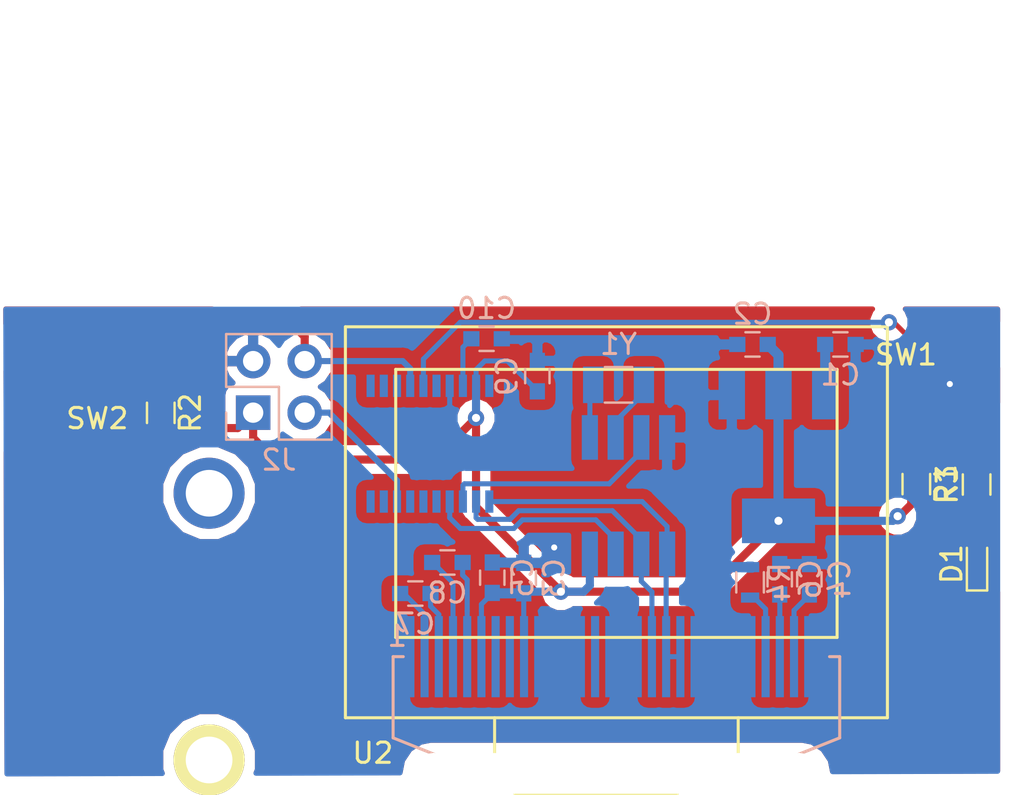
<source format=kicad_pcb>
(kicad_pcb (version 20171130) (host pcbnew 5.0.0)

  (general
    (thickness 1.6)
    (drawings 0)
    (tracks 135)
    (zones 0)
    (modules 26)
    (nets 37)
  )

  (page A4)
  (layers
    (0 F.Cu signal)
    (31 B.Cu signal)
    (32 B.Adhes user)
    (33 F.Adhes user)
    (34 B.Paste user)
    (35 F.Paste user)
    (36 B.SilkS user)
    (37 F.SilkS user)
    (38 B.Mask user)
    (39 F.Mask user)
    (40 Dwgs.User user)
    (41 Cmts.User user)
    (42 Eco1.User user)
    (43 Eco2.User user)
    (44 Edge.Cuts user)
    (45 Margin user)
    (46 B.CrtYd user)
    (47 F.CrtYd user)
    (48 B.Fab user)
    (49 F.Fab user)
  )

  (setup
    (last_trace_width 0.25)
    (user_trace_width 0.2)
    (user_trace_width 0.25)
    (user_trace_width 0.3)
    (user_trace_width 0.4)
    (user_trace_width 0.5)
    (trace_clearance 0.2)
    (zone_clearance 0.508)
    (zone_45_only no)
    (trace_min 0.2)
    (segment_width 0.2)
    (edge_width 0.15)
    (via_size 0.8)
    (via_drill 0.4)
    (via_min_size 0.4)
    (via_min_drill 0.3)
    (uvia_size 0.3)
    (uvia_drill 0.1)
    (uvias_allowed no)
    (uvia_min_size 0.2)
    (uvia_min_drill 0.1)
    (pcb_text_width 0.3)
    (pcb_text_size 1.5 1.5)
    (mod_edge_width 0.15)
    (mod_text_size 1 1)
    (mod_text_width 0.15)
    (pad_size 0.39878 1.09982)
    (pad_drill 0)
    (pad_to_mask_clearance 0.2)
    (aux_axis_origin 0 0)
    (visible_elements FFFFFF7F)
    (pcbplotparams
      (layerselection 0x010fc_ffffffff)
      (usegerberextensions false)
      (usegerberattributes false)
      (usegerberadvancedattributes false)
      (creategerberjobfile false)
      (excludeedgelayer true)
      (linewidth 0.100000)
      (plotframeref false)
      (viasonmask false)
      (mode 1)
      (useauxorigin false)
      (hpglpennumber 1)
      (hpglpenspeed 20)
      (hpglpendiameter 15.000000)
      (psnegative false)
      (psa4output false)
      (plotreference true)
      (plotvalue true)
      (plotinvisibletext false)
      (padsonsilk false)
      (subtractmaskfromsilk false)
      (outputformat 1)
      (mirror false)
      (drillshape 1)
      (scaleselection 1)
      (outputdirectory ""))
  )

  (net 0 "")
  (net 1 GND)
  (net 2 /BAT+)
  (net 3 3V3)
  (net 4 "Net-(C4-Pad1)")
  (net 5 "Net-(C6-Pad1)")
  (net 6 "Net-(C7-Pad2)")
  (net 7 "Net-(C7-Pad1)")
  (net 8 "Net-(C8-Pad1)")
  (net 9 "Net-(C8-Pad2)")
  (net 10 "Net-(C10-Pad2)")
  (net 11 "Net-(D1-Pad2)")
  (net 12 "Net-(J1-Pad1)")
  (net 13 "Net-(J1-Pad2)")
  (net 14 "Net-(J1-Pad3)")
  (net 15 /SWIM)
  (net 16 RESET)
  (net 17 TEST_BTN)
  (net 18 "Net-(R4-Pad1)")
  (net 19 "Net-(U1-Pad1)")
  (net 20 "Net-(U1-Pad2)")
  (net 21 INTA)
  (net 22 SDA)
  (net 23 SCL)
  (net 24 INTB)
  (net 25 "Net-(U2-Pad14)")
  (net 26 "Net-(U2-Pad7)")
  (net 27 "Net-(U3-Pad1)")
  (net 28 "Net-(U3-Pad2)")
  (net 29 "Net-(U3-Pad3)")
  (net 30 "Net-(U3-Pad6)")
  (net 31 "Net-(U3-Pad10)")
  (net 32 "Net-(U3-Pad15)")
  (net 33 "Net-(U3-Pad16)")
  (net 34 "Net-(U3-Pad17)")
  (net 35 "Net-(U3-Pad19)")
  (net 36 "Net-(U3-Pad20)")

  (net_class Default "This is the default net class."
    (clearance 0.2)
    (trace_width 0.25)
    (via_dia 0.8)
    (via_drill 0.4)
    (uvia_dia 0.3)
    (uvia_drill 0.1)
    (add_net /BAT+)
    (add_net /SWIM)
    (add_net 3V3)
    (add_net GND)
    (add_net INTA)
    (add_net INTB)
    (add_net "Net-(C10-Pad2)")
    (add_net "Net-(C4-Pad1)")
    (add_net "Net-(C6-Pad1)")
    (add_net "Net-(C7-Pad1)")
    (add_net "Net-(C7-Pad2)")
    (add_net "Net-(C8-Pad1)")
    (add_net "Net-(C8-Pad2)")
    (add_net "Net-(D1-Pad2)")
    (add_net "Net-(J1-Pad1)")
    (add_net "Net-(J1-Pad2)")
    (add_net "Net-(J1-Pad3)")
    (add_net "Net-(R4-Pad1)")
    (add_net "Net-(U1-Pad1)")
    (add_net "Net-(U1-Pad2)")
    (add_net "Net-(U2-Pad14)")
    (add_net "Net-(U2-Pad7)")
    (add_net "Net-(U3-Pad1)")
    (add_net "Net-(U3-Pad10)")
    (add_net "Net-(U3-Pad15)")
    (add_net "Net-(U3-Pad16)")
    (add_net "Net-(U3-Pad17)")
    (add_net "Net-(U3-Pad19)")
    (add_net "Net-(U3-Pad2)")
    (add_net "Net-(U3-Pad20)")
    (add_net "Net-(U3-Pad3)")
    (add_net "Net-(U3-Pad6)")
    (add_net RESET)
    (add_net SCL)
    (add_net SDA)
    (add_net TEST_BTN)
  )

  (module keyboard:stitching_via (layer F.Cu) (tedit 5B5BAE41) (tstamp 5B77B42B)
    (at 94.75 129.26)
    (fp_text reference REF** (at 0 1.25) (layer F.SilkS) hide
      (effects (font (size 1 1) (thickness 0.15)))
    )
    (fp_text value Via-0.6mm (at -0.1 -1.7) (layer F.Fab) hide
      (effects (font (size 1 1) (thickness 0.15)))
    )
    (pad "" thru_hole circle (at 0 0 90) (size 0.6 0.6) (drill 0.3) (layers *.Cu)
      (net 1 GND) (zone_connect 2))
  )

  (module Capacitors_SMD:C_0603 (layer B.Cu) (tedit 59958EE7) (tstamp 5B6E971E)
    (at 89.36 127.31)
    (descr "Capacitor SMD 0603, reflow soldering, AVX (see smccp.pdf)")
    (tags "capacitor 0603")
    (path /5B5B77EF)
    (attr smd)
    (fp_text reference C1 (at 0 1.5) (layer B.SilkS)
      (effects (font (size 1 1) (thickness 0.15)) (justify mirror))
    )
    (fp_text value 1uF (at 0 -1.5) (layer B.Fab)
      (effects (font (size 1 1) (thickness 0.15)) (justify mirror))
    )
    (fp_line (start 1.4 -0.65) (end -1.4 -0.65) (layer B.CrtYd) (width 0.05))
    (fp_line (start 1.4 -0.65) (end 1.4 0.65) (layer B.CrtYd) (width 0.05))
    (fp_line (start -1.4 0.65) (end -1.4 -0.65) (layer B.CrtYd) (width 0.05))
    (fp_line (start -1.4 0.65) (end 1.4 0.65) (layer B.CrtYd) (width 0.05))
    (fp_line (start 0.35 -0.6) (end -0.35 -0.6) (layer B.SilkS) (width 0.12))
    (fp_line (start -0.35 0.6) (end 0.35 0.6) (layer B.SilkS) (width 0.12))
    (fp_line (start -0.8 0.4) (end 0.8 0.4) (layer B.Fab) (width 0.1))
    (fp_line (start 0.8 0.4) (end 0.8 -0.4) (layer B.Fab) (width 0.1))
    (fp_line (start 0.8 -0.4) (end -0.8 -0.4) (layer B.Fab) (width 0.1))
    (fp_line (start -0.8 -0.4) (end -0.8 0.4) (layer B.Fab) (width 0.1))
    (fp_text user %R (at 0 0) (layer B.Fab)
      (effects (font (size 0.3 0.3) (thickness 0.075)) (justify mirror))
    )
    (pad 2 smd rect (at 0.75 0) (size 0.8 0.75) (layers B.Cu B.Paste B.Mask)
      (net 1 GND))
    (pad 1 smd rect (at -0.75 0) (size 0.8 0.75) (layers B.Cu B.Paste B.Mask)
      (net 2 /BAT+))
    (model Capacitors_SMD.3dshapes/C_0603.wrl
      (at (xyz 0 0 0))
      (scale (xyz 1 1 1))
      (rotate (xyz 0 0 0))
    )
  )

  (module Capacitors_SMD:C_0603 (layer B.Cu) (tedit 59958EE7) (tstamp 5B6E972F)
    (at 85.03 127.31 180)
    (descr "Capacitor SMD 0603, reflow soldering, AVX (see smccp.pdf)")
    (tags "capacitor 0603")
    (path /5B5B7863)
    (attr smd)
    (fp_text reference C2 (at 0 1.5 180) (layer B.SilkS)
      (effects (font (size 1 1) (thickness 0.15)) (justify mirror))
    )
    (fp_text value 1uF (at 0 -1.5 180) (layer B.Fab)
      (effects (font (size 1 1) (thickness 0.15)) (justify mirror))
    )
    (fp_text user %R (at 0 0 180) (layer B.Fab)
      (effects (font (size 0.3 0.3) (thickness 0.075)) (justify mirror))
    )
    (fp_line (start -0.8 -0.4) (end -0.8 0.4) (layer B.Fab) (width 0.1))
    (fp_line (start 0.8 -0.4) (end -0.8 -0.4) (layer B.Fab) (width 0.1))
    (fp_line (start 0.8 0.4) (end 0.8 -0.4) (layer B.Fab) (width 0.1))
    (fp_line (start -0.8 0.4) (end 0.8 0.4) (layer B.Fab) (width 0.1))
    (fp_line (start -0.35 0.6) (end 0.35 0.6) (layer B.SilkS) (width 0.12))
    (fp_line (start 0.35 -0.6) (end -0.35 -0.6) (layer B.SilkS) (width 0.12))
    (fp_line (start -1.4 0.65) (end 1.4 0.65) (layer B.CrtYd) (width 0.05))
    (fp_line (start -1.4 0.65) (end -1.4 -0.65) (layer B.CrtYd) (width 0.05))
    (fp_line (start 1.4 -0.65) (end 1.4 0.65) (layer B.CrtYd) (width 0.05))
    (fp_line (start 1.4 -0.65) (end -1.4 -0.65) (layer B.CrtYd) (width 0.05))
    (pad 1 smd rect (at -0.75 0 180) (size 0.8 0.75) (layers B.Cu B.Paste B.Mask)
      (net 3 3V3))
    (pad 2 smd rect (at 0.75 0 180) (size 0.8 0.75) (layers B.Cu B.Paste B.Mask)
      (net 1 GND))
    (model Capacitors_SMD.3dshapes/C_0603.wrl
      (at (xyz 0 0 0))
      (scale (xyz 1 1 1))
      (rotate (xyz 0 0 0))
    )
  )

  (module Capacitors_SMD:C_0603 (layer B.Cu) (tedit 59958EE7) (tstamp 5B6E9740)
    (at 73.76 138.82 90)
    (descr "Capacitor SMD 0603, reflow soldering, AVX (see smccp.pdf)")
    (tags "capacitor 0603")
    (path /5B5B97F3)
    (attr smd)
    (fp_text reference C3 (at 0 1.5 90) (layer B.SilkS)
      (effects (font (size 1 1) (thickness 0.15)) (justify mirror))
    )
    (fp_text value 1uF (at 0 -1.5 90) (layer B.Fab)
      (effects (font (size 1 1) (thickness 0.15)) (justify mirror))
    )
    (fp_line (start 1.4 -0.65) (end -1.4 -0.65) (layer B.CrtYd) (width 0.05))
    (fp_line (start 1.4 -0.65) (end 1.4 0.65) (layer B.CrtYd) (width 0.05))
    (fp_line (start -1.4 0.65) (end -1.4 -0.65) (layer B.CrtYd) (width 0.05))
    (fp_line (start -1.4 0.65) (end 1.4 0.65) (layer B.CrtYd) (width 0.05))
    (fp_line (start 0.35 -0.6) (end -0.35 -0.6) (layer B.SilkS) (width 0.12))
    (fp_line (start -0.35 0.6) (end 0.35 0.6) (layer B.SilkS) (width 0.12))
    (fp_line (start -0.8 0.4) (end 0.8 0.4) (layer B.Fab) (width 0.1))
    (fp_line (start 0.8 0.4) (end 0.8 -0.4) (layer B.Fab) (width 0.1))
    (fp_line (start 0.8 -0.4) (end -0.8 -0.4) (layer B.Fab) (width 0.1))
    (fp_line (start -0.8 -0.4) (end -0.8 0.4) (layer B.Fab) (width 0.1))
    (fp_text user %R (at 0 0 90) (layer B.Fab)
      (effects (font (size 0.3 0.3) (thickness 0.075)) (justify mirror))
    )
    (pad 2 smd rect (at 0.75 0 90) (size 0.8 0.75) (layers B.Cu B.Paste B.Mask)
      (net 1 GND))
    (pad 1 smd rect (at -0.75 0 90) (size 0.8 0.75) (layers B.Cu B.Paste B.Mask)
      (net 3 3V3))
    (model Capacitors_SMD.3dshapes/C_0603.wrl
      (at (xyz 0 0 0))
      (scale (xyz 1 1 1))
      (rotate (xyz 0 0 0))
    )
  )

  (module Capacitors_SMD:C_0603 (layer B.Cu) (tedit 59958EE7) (tstamp 5B6E9751)
    (at 87.83 138.88 90)
    (descr "Capacitor SMD 0603, reflow soldering, AVX (see smccp.pdf)")
    (tags "capacitor 0603")
    (path /5B5B97BB)
    (attr smd)
    (fp_text reference C4 (at 0 1.5 90) (layer B.SilkS)
      (effects (font (size 1 1) (thickness 0.15)) (justify mirror))
    )
    (fp_text value 1uF (at 0 -1.5 90) (layer B.Fab)
      (effects (font (size 1 1) (thickness 0.15)) (justify mirror))
    )
    (fp_text user %R (at 0 0 90) (layer B.Fab)
      (effects (font (size 0.3 0.3) (thickness 0.075)) (justify mirror))
    )
    (fp_line (start -0.8 -0.4) (end -0.8 0.4) (layer B.Fab) (width 0.1))
    (fp_line (start 0.8 -0.4) (end -0.8 -0.4) (layer B.Fab) (width 0.1))
    (fp_line (start 0.8 0.4) (end 0.8 -0.4) (layer B.Fab) (width 0.1))
    (fp_line (start -0.8 0.4) (end 0.8 0.4) (layer B.Fab) (width 0.1))
    (fp_line (start -0.35 0.6) (end 0.35 0.6) (layer B.SilkS) (width 0.12))
    (fp_line (start 0.35 -0.6) (end -0.35 -0.6) (layer B.SilkS) (width 0.12))
    (fp_line (start -1.4 0.65) (end 1.4 0.65) (layer B.CrtYd) (width 0.05))
    (fp_line (start -1.4 0.65) (end -1.4 -0.65) (layer B.CrtYd) (width 0.05))
    (fp_line (start 1.4 -0.65) (end 1.4 0.65) (layer B.CrtYd) (width 0.05))
    (fp_line (start 1.4 -0.65) (end -1.4 -0.65) (layer B.CrtYd) (width 0.05))
    (pad 1 smd rect (at -0.75 0 90) (size 0.8 0.75) (layers B.Cu B.Paste B.Mask)
      (net 4 "Net-(C4-Pad1)"))
    (pad 2 smd rect (at 0.75 0 90) (size 0.8 0.75) (layers B.Cu B.Paste B.Mask)
      (net 1 GND))
    (model Capacitors_SMD.3dshapes/C_0603.wrl
      (at (xyz 0 0 0))
      (scale (xyz 1 1 1))
      (rotate (xyz 0 0 0))
    )
  )

  (module Capacitors_SMD:C_0603 (layer B.Cu) (tedit 59958EE7) (tstamp 5B6E9762)
    (at 72.21 138.8 90)
    (descr "Capacitor SMD 0603, reflow soldering, AVX (see smccp.pdf)")
    (tags "capacitor 0603")
    (path /5B5B9761)
    (attr smd)
    (fp_text reference C5 (at 0 1.5 90) (layer B.SilkS)
      (effects (font (size 1 1) (thickness 0.15)) (justify mirror))
    )
    (fp_text value 1uF (at 0 -1.5 90) (layer B.Fab)
      (effects (font (size 1 1) (thickness 0.15)) (justify mirror))
    )
    (fp_line (start 1.4 -0.65) (end -1.4 -0.65) (layer B.CrtYd) (width 0.05))
    (fp_line (start 1.4 -0.65) (end 1.4 0.65) (layer B.CrtYd) (width 0.05))
    (fp_line (start -1.4 0.65) (end -1.4 -0.65) (layer B.CrtYd) (width 0.05))
    (fp_line (start -1.4 0.65) (end 1.4 0.65) (layer B.CrtYd) (width 0.05))
    (fp_line (start 0.35 -0.6) (end -0.35 -0.6) (layer B.SilkS) (width 0.12))
    (fp_line (start -0.35 0.6) (end 0.35 0.6) (layer B.SilkS) (width 0.12))
    (fp_line (start -0.8 0.4) (end 0.8 0.4) (layer B.Fab) (width 0.1))
    (fp_line (start 0.8 0.4) (end 0.8 -0.4) (layer B.Fab) (width 0.1))
    (fp_line (start 0.8 -0.4) (end -0.8 -0.4) (layer B.Fab) (width 0.1))
    (fp_line (start -0.8 -0.4) (end -0.8 0.4) (layer B.Fab) (width 0.1))
    (fp_text user %R (at 0 0 90) (layer B.Fab)
      (effects (font (size 0.3 0.3) (thickness 0.075)) (justify mirror))
    )
    (pad 2 smd rect (at 0.75 0 90) (size 0.8 0.75) (layers B.Cu B.Paste B.Mask)
      (net 1 GND))
    (pad 1 smd rect (at -0.75 0 90) (size 0.8 0.75) (layers B.Cu B.Paste B.Mask)
      (net 3 3V3))
    (model Capacitors_SMD.3dshapes/C_0603.wrl
      (at (xyz 0 0 0))
      (scale (xyz 1 1 1))
      (rotate (xyz 0 0 0))
    )
  )

  (module Capacitors_SMD:C_0603 (layer B.Cu) (tedit 59958EE7) (tstamp 5B6E9773)
    (at 86.37 138.88 90)
    (descr "Capacitor SMD 0603, reflow soldering, AVX (see smccp.pdf)")
    (tags "capacitor 0603")
    (path /5B5B982B)
    (attr smd)
    (fp_text reference C6 (at 0 1.5 90) (layer B.SilkS)
      (effects (font (size 1 1) (thickness 0.15)) (justify mirror))
    )
    (fp_text value 1uF (at 0 -1.5 90) (layer B.Fab)
      (effects (font (size 1 1) (thickness 0.15)) (justify mirror))
    )
    (fp_text user %R (at 0 0 90) (layer B.Fab)
      (effects (font (size 0.3 0.3) (thickness 0.075)) (justify mirror))
    )
    (fp_line (start -0.8 -0.4) (end -0.8 0.4) (layer B.Fab) (width 0.1))
    (fp_line (start 0.8 -0.4) (end -0.8 -0.4) (layer B.Fab) (width 0.1))
    (fp_line (start 0.8 0.4) (end 0.8 -0.4) (layer B.Fab) (width 0.1))
    (fp_line (start -0.8 0.4) (end 0.8 0.4) (layer B.Fab) (width 0.1))
    (fp_line (start -0.35 0.6) (end 0.35 0.6) (layer B.SilkS) (width 0.12))
    (fp_line (start 0.35 -0.6) (end -0.35 -0.6) (layer B.SilkS) (width 0.12))
    (fp_line (start -1.4 0.65) (end 1.4 0.65) (layer B.CrtYd) (width 0.05))
    (fp_line (start -1.4 0.65) (end -1.4 -0.65) (layer B.CrtYd) (width 0.05))
    (fp_line (start 1.4 -0.65) (end 1.4 0.65) (layer B.CrtYd) (width 0.05))
    (fp_line (start 1.4 -0.65) (end -1.4 -0.65) (layer B.CrtYd) (width 0.05))
    (pad 1 smd rect (at -0.75 0 90) (size 0.8 0.75) (layers B.Cu B.Paste B.Mask)
      (net 5 "Net-(C6-Pad1)"))
    (pad 2 smd rect (at 0.75 0 90) (size 0.8 0.75) (layers B.Cu B.Paste B.Mask)
      (net 1 GND))
    (model Capacitors_SMD.3dshapes/C_0603.wrl
      (at (xyz 0 0 0))
      (scale (xyz 1 1 1))
      (rotate (xyz 0 0 0))
    )
  )

  (module Capacitors_SMD:C_0603 (layer B.Cu) (tedit 59958EE7) (tstamp 5B6E9784)
    (at 68.42 139.58)
    (descr "Capacitor SMD 0603, reflow soldering, AVX (see smccp.pdf)")
    (tags "capacitor 0603")
    (path /5B5B95F8)
    (attr smd)
    (fp_text reference C7 (at 0 1.5) (layer B.SilkS)
      (effects (font (size 1 1) (thickness 0.15)) (justify mirror))
    )
    (fp_text value 1uF (at 0 -1.5) (layer B.Fab)
      (effects (font (size 1 1) (thickness 0.15)) (justify mirror))
    )
    (fp_line (start 1.4 -0.65) (end -1.4 -0.65) (layer B.CrtYd) (width 0.05))
    (fp_line (start 1.4 -0.65) (end 1.4 0.65) (layer B.CrtYd) (width 0.05))
    (fp_line (start -1.4 0.65) (end -1.4 -0.65) (layer B.CrtYd) (width 0.05))
    (fp_line (start -1.4 0.65) (end 1.4 0.65) (layer B.CrtYd) (width 0.05))
    (fp_line (start 0.35 -0.6) (end -0.35 -0.6) (layer B.SilkS) (width 0.12))
    (fp_line (start -0.35 0.6) (end 0.35 0.6) (layer B.SilkS) (width 0.12))
    (fp_line (start -0.8 0.4) (end 0.8 0.4) (layer B.Fab) (width 0.1))
    (fp_line (start 0.8 0.4) (end 0.8 -0.4) (layer B.Fab) (width 0.1))
    (fp_line (start 0.8 -0.4) (end -0.8 -0.4) (layer B.Fab) (width 0.1))
    (fp_line (start -0.8 -0.4) (end -0.8 0.4) (layer B.Fab) (width 0.1))
    (fp_text user %R (at 0 0) (layer B.Fab)
      (effects (font (size 0.3 0.3) (thickness 0.075)) (justify mirror))
    )
    (pad 2 smd rect (at 0.75 0) (size 0.8 0.75) (layers B.Cu B.Paste B.Mask)
      (net 6 "Net-(C7-Pad2)"))
    (pad 1 smd rect (at -0.75 0) (size 0.8 0.75) (layers B.Cu B.Paste B.Mask)
      (net 7 "Net-(C7-Pad1)"))
    (model Capacitors_SMD.3dshapes/C_0603.wrl
      (at (xyz 0 0 0))
      (scale (xyz 1 1 1))
      (rotate (xyz 0 0 0))
    )
  )

  (module Capacitors_SMD:C_0603 (layer B.Cu) (tedit 59958EE7) (tstamp 5B6E9795)
    (at 70 138.05)
    (descr "Capacitor SMD 0603, reflow soldering, AVX (see smccp.pdf)")
    (tags "capacitor 0603")
    (path /5B5B9725)
    (attr smd)
    (fp_text reference C8 (at 0 1.5) (layer B.SilkS)
      (effects (font (size 1 1) (thickness 0.15)) (justify mirror))
    )
    (fp_text value 1uF (at 0 -1.5) (layer B.Fab)
      (effects (font (size 1 1) (thickness 0.15)) (justify mirror))
    )
    (fp_text user %R (at 0 0) (layer B.Fab)
      (effects (font (size 0.3 0.3) (thickness 0.075)) (justify mirror))
    )
    (fp_line (start -0.8 -0.4) (end -0.8 0.4) (layer B.Fab) (width 0.1))
    (fp_line (start 0.8 -0.4) (end -0.8 -0.4) (layer B.Fab) (width 0.1))
    (fp_line (start 0.8 0.4) (end 0.8 -0.4) (layer B.Fab) (width 0.1))
    (fp_line (start -0.8 0.4) (end 0.8 0.4) (layer B.Fab) (width 0.1))
    (fp_line (start -0.35 0.6) (end 0.35 0.6) (layer B.SilkS) (width 0.12))
    (fp_line (start 0.35 -0.6) (end -0.35 -0.6) (layer B.SilkS) (width 0.12))
    (fp_line (start -1.4 0.65) (end 1.4 0.65) (layer B.CrtYd) (width 0.05))
    (fp_line (start -1.4 0.65) (end -1.4 -0.65) (layer B.CrtYd) (width 0.05))
    (fp_line (start 1.4 -0.65) (end 1.4 0.65) (layer B.CrtYd) (width 0.05))
    (fp_line (start 1.4 -0.65) (end -1.4 -0.65) (layer B.CrtYd) (width 0.05))
    (pad 1 smd rect (at -0.75 0) (size 0.8 0.75) (layers B.Cu B.Paste B.Mask)
      (net 8 "Net-(C8-Pad1)"))
    (pad 2 smd rect (at 0.75 0) (size 0.8 0.75) (layers B.Cu B.Paste B.Mask)
      (net 9 "Net-(C8-Pad2)"))
    (model Capacitors_SMD.3dshapes/C_0603.wrl
      (at (xyz 0 0 0))
      (scale (xyz 1 1 1))
      (rotate (xyz 0 0 0))
    )
  )

  (module Capacitors_SMD:C_0603 (layer B.Cu) (tedit 59958EE7) (tstamp 5B6E97A6)
    (at 74.43 128.87 270)
    (descr "Capacitor SMD 0603, reflow soldering, AVX (see smccp.pdf)")
    (tags "capacitor 0603")
    (path /5B5C6A55)
    (attr smd)
    (fp_text reference C9 (at 0 1.5 270) (layer B.SilkS)
      (effects (font (size 1 1) (thickness 0.15)) (justify mirror))
    )
    (fp_text value 0.1uF (at 0 -1.5 270) (layer B.Fab)
      (effects (font (size 1 1) (thickness 0.15)) (justify mirror))
    )
    (fp_line (start 1.4 -0.65) (end -1.4 -0.65) (layer B.CrtYd) (width 0.05))
    (fp_line (start 1.4 -0.65) (end 1.4 0.65) (layer B.CrtYd) (width 0.05))
    (fp_line (start -1.4 0.65) (end -1.4 -0.65) (layer B.CrtYd) (width 0.05))
    (fp_line (start -1.4 0.65) (end 1.4 0.65) (layer B.CrtYd) (width 0.05))
    (fp_line (start 0.35 -0.6) (end -0.35 -0.6) (layer B.SilkS) (width 0.12))
    (fp_line (start -0.35 0.6) (end 0.35 0.6) (layer B.SilkS) (width 0.12))
    (fp_line (start -0.8 0.4) (end 0.8 0.4) (layer B.Fab) (width 0.1))
    (fp_line (start 0.8 0.4) (end 0.8 -0.4) (layer B.Fab) (width 0.1))
    (fp_line (start 0.8 -0.4) (end -0.8 -0.4) (layer B.Fab) (width 0.1))
    (fp_line (start -0.8 -0.4) (end -0.8 0.4) (layer B.Fab) (width 0.1))
    (fp_text user %R (at 0 0 270) (layer B.Fab)
      (effects (font (size 0.3 0.3) (thickness 0.075)) (justify mirror))
    )
    (pad 2 smd rect (at 0.75 0 270) (size 0.8 0.75) (layers B.Cu B.Paste B.Mask)
      (net 3 3V3))
    (pad 1 smd rect (at -0.75 0 270) (size 0.8 0.75) (layers B.Cu B.Paste B.Mask)
      (net 1 GND))
    (model Capacitors_SMD.3dshapes/C_0603.wrl
      (at (xyz 0 0 0))
      (scale (xyz 1 1 1))
      (rotate (xyz 0 0 0))
    )
  )

  (module Capacitors_SMD:C_0603 (layer B.Cu) (tedit 59958EE7) (tstamp 5B6E97B7)
    (at 71.93 127.03 180)
    (descr "Capacitor SMD 0603, reflow soldering, AVX (see smccp.pdf)")
    (tags "capacitor 0603")
    (path /5B58BD21)
    (attr smd)
    (fp_text reference C10 (at 0 1.5 180) (layer B.SilkS)
      (effects (font (size 1 1) (thickness 0.15)) (justify mirror))
    )
    (fp_text value 1uF (at 0 -1.5 180) (layer B.Fab)
      (effects (font (size 1 1) (thickness 0.15)) (justify mirror))
    )
    (fp_text user %R (at 0 0 180) (layer B.Fab)
      (effects (font (size 0.3 0.3) (thickness 0.075)) (justify mirror))
    )
    (fp_line (start -0.8 -0.4) (end -0.8 0.4) (layer B.Fab) (width 0.1))
    (fp_line (start 0.8 -0.4) (end -0.8 -0.4) (layer B.Fab) (width 0.1))
    (fp_line (start 0.8 0.4) (end 0.8 -0.4) (layer B.Fab) (width 0.1))
    (fp_line (start -0.8 0.4) (end 0.8 0.4) (layer B.Fab) (width 0.1))
    (fp_line (start -0.35 0.6) (end 0.35 0.6) (layer B.SilkS) (width 0.12))
    (fp_line (start 0.35 -0.6) (end -0.35 -0.6) (layer B.SilkS) (width 0.12))
    (fp_line (start -1.4 0.65) (end 1.4 0.65) (layer B.CrtYd) (width 0.05))
    (fp_line (start -1.4 0.65) (end -1.4 -0.65) (layer B.CrtYd) (width 0.05))
    (fp_line (start 1.4 -0.65) (end 1.4 0.65) (layer B.CrtYd) (width 0.05))
    (fp_line (start 1.4 -0.65) (end -1.4 -0.65) (layer B.CrtYd) (width 0.05))
    (pad 1 smd rect (at -0.75 0 180) (size 0.8 0.75) (layers B.Cu B.Paste B.Mask)
      (net 1 GND))
    (pad 2 smd rect (at 0.75 0 180) (size 0.8 0.75) (layers B.Cu B.Paste B.Mask)
      (net 10 "Net-(C10-Pad2)"))
    (model Capacitors_SMD.3dshapes/C_0603.wrl
      (at (xyz 0 0 0))
      (scale (xyz 1 1 1))
      (rotate (xyz 0 0 0))
    )
  )

  (module LEDs:LED_0603 (layer F.Cu) (tedit 57FE93A5) (tstamp 5B6E97CC)
    (at 96.09 138.13 90)
    (descr "LED 0603 smd package")
    (tags "LED led 0603 SMD smd SMT smt smdled SMDLED smtled SMTLED")
    (path /5B5B7CEA)
    (attr smd)
    (fp_text reference D1 (at 0 -1.25 90) (layer F.SilkS)
      (effects (font (size 1 1) (thickness 0.15)))
    )
    (fp_text value LED (at 0 1.35 90) (layer F.Fab)
      (effects (font (size 1 1) (thickness 0.15)))
    )
    (fp_line (start -1.3 -0.5) (end -1.3 0.5) (layer F.SilkS) (width 0.12))
    (fp_line (start -0.2 -0.2) (end -0.2 0.2) (layer F.Fab) (width 0.1))
    (fp_line (start -0.15 0) (end 0.15 -0.2) (layer F.Fab) (width 0.1))
    (fp_line (start 0.15 0.2) (end -0.15 0) (layer F.Fab) (width 0.1))
    (fp_line (start 0.15 -0.2) (end 0.15 0.2) (layer F.Fab) (width 0.1))
    (fp_line (start 0.8 0.4) (end -0.8 0.4) (layer F.Fab) (width 0.1))
    (fp_line (start 0.8 -0.4) (end 0.8 0.4) (layer F.Fab) (width 0.1))
    (fp_line (start -0.8 -0.4) (end 0.8 -0.4) (layer F.Fab) (width 0.1))
    (fp_line (start -0.8 0.4) (end -0.8 -0.4) (layer F.Fab) (width 0.1))
    (fp_line (start -1.3 0.5) (end 0.8 0.5) (layer F.SilkS) (width 0.12))
    (fp_line (start -1.3 -0.5) (end 0.8 -0.5) (layer F.SilkS) (width 0.12))
    (fp_line (start 1.45 -0.65) (end 1.45 0.65) (layer F.CrtYd) (width 0.05))
    (fp_line (start 1.45 0.65) (end -1.45 0.65) (layer F.CrtYd) (width 0.05))
    (fp_line (start -1.45 0.65) (end -1.45 -0.65) (layer F.CrtYd) (width 0.05))
    (fp_line (start -1.45 -0.65) (end 1.45 -0.65) (layer F.CrtYd) (width 0.05))
    (pad 2 smd rect (at 0.8 0 270) (size 0.8 0.8) (layers F.Cu F.Paste F.Mask)
      (net 11 "Net-(D1-Pad2)"))
    (pad 1 smd rect (at -0.8 0 270) (size 0.8 0.8) (layers F.Cu F.Paste F.Mask)
      (net 1 GND))
    (model ${KISYS3DMOD}/LEDs.3dshapes/LED_0603.wrl
      (at (xyz 0 0 0))
      (scale (xyz 1 1 1))
      (rotate (xyz 0 0 180))
    )
  )

  (module kicad-libraries:USB-A-SMT-8231 (layer F.Cu) (tedit 595F562A) (tstamp 5B6E97DA)
    (at 58.26 141.21 270)
    (path /5B5B80BF)
    (attr smd)
    (fp_text reference J1 (at 0 1.7 270) (layer F.Fab)
      (effects (font (size 0.59944 0.59944) (thickness 0.12446)))
    )
    (fp_text value USB_A (at 0 0 270) (layer F.Fab)
      (effects (font (size 0.59944 0.59944) (thickness 0.12446)))
    )
    (fp_line (start -7.2 10.3) (end -7.2 -4.1) (layer F.Fab) (width 0.001))
    (fp_line (start -7.2 -4.1) (end 7.2 -4.1) (layer F.Fab) (width 0.001))
    (fp_line (start 7.2 -4.1) (end 7.2 10.3) (layer F.Fab) (width 0.001))
    (fp_line (start 7.2 10.3) (end -7.2 10.3) (layer F.Fab) (width 0.001))
    (pad 1 smd rect (at -3.5 -4.2 270) (size 1.1 4) (layers F.Cu F.Paste F.Mask)
      (net 12 "Net-(J1-Pad1)"))
    (pad 2 smd rect (at -1 -4.2 270) (size 1.1 4) (layers F.Cu F.Paste F.Mask)
      (net 13 "Net-(J1-Pad2)"))
    (pad 3 smd rect (at 1 -4.2 270) (size 1.1 4) (layers F.Cu F.Paste F.Mask)
      (net 14 "Net-(J1-Pad3)"))
    (pad 4 smd rect (at 3.5 -4.2 270) (size 1.1 4) (layers F.Cu F.Paste F.Mask)
      (net 1 GND))
    (pad "" thru_hole circle (at -6.57 0 270) (size 3.5 3.5) (drill 2.3) (layers *.Cu *.Mask))
    (pad SHD thru_hole circle (at 6.57 0 270) (size 3.5 3.5) (drill 2.3) (layers *.Cu *.Mask F.SilkS))
    (model Connectors/USB_Type_B_Socket.wrl
      (offset (xyz 0 -3.428999948501587 0))
      (scale (xyz 1 1 1))
      (rotate (xyz 0 0 0))
    )
  )

  (module Pin_Headers:Pin_Header_Straight_2x02_Pitch2.54mm (layer B.Cu) (tedit 5B5BABCD) (tstamp 5B6E97F4)
    (at 60.43 130.67)
    (descr "Through hole straight pin header, 2x02, 2.54mm pitch, double rows")
    (tags "Through hole pin header THT 2x02 2.54mm double row")
    (path /5B5B7F51)
    (fp_text reference J2 (at 1.27 2.33) (layer B.SilkS)
      (effects (font (size 1 1) (thickness 0.15)) (justify mirror))
    )
    (fp_text value Conn_01x04 (at 1.27 -4.87) (layer B.Fab) hide
      (effects (font (size 1 1) (thickness 0.15)) (justify mirror))
    )
    (fp_line (start 0 1.27) (end 3.81 1.27) (layer B.Fab) (width 0.1))
    (fp_line (start 3.81 1.27) (end 3.81 -3.81) (layer B.Fab) (width 0.1))
    (fp_line (start 3.81 -3.81) (end -1.27 -3.81) (layer B.Fab) (width 0.1))
    (fp_line (start -1.27 -3.81) (end -1.27 0) (layer B.Fab) (width 0.1))
    (fp_line (start -1.27 0) (end 0 1.27) (layer B.Fab) (width 0.1))
    (fp_line (start -1.33 -3.87) (end 3.87 -3.87) (layer B.SilkS) (width 0.12))
    (fp_line (start -1.33 -1.27) (end -1.33 -3.87) (layer B.SilkS) (width 0.12))
    (fp_line (start 3.87 1.33) (end 3.87 -3.87) (layer B.SilkS) (width 0.12))
    (fp_line (start -1.33 -1.27) (end 1.27 -1.27) (layer B.SilkS) (width 0.12))
    (fp_line (start 1.27 -1.27) (end 1.27 1.33) (layer B.SilkS) (width 0.12))
    (fp_line (start 1.27 1.33) (end 3.87 1.33) (layer B.SilkS) (width 0.12))
    (fp_line (start -1.33 0) (end -1.33 1.33) (layer B.SilkS) (width 0.12))
    (fp_line (start -1.33 1.33) (end 0 1.33) (layer B.SilkS) (width 0.12))
    (fp_line (start -1.8 1.8) (end -1.8 -4.35) (layer B.CrtYd) (width 0.05))
    (fp_line (start -1.8 -4.35) (end 4.35 -4.35) (layer B.CrtYd) (width 0.05))
    (fp_line (start 4.35 -4.35) (end 4.35 1.8) (layer B.CrtYd) (width 0.05))
    (fp_line (start 4.35 1.8) (end -1.8 1.8) (layer B.CrtYd) (width 0.05))
    (fp_text user %R (at 1.27 -1.27 -90) (layer B.Fab)
      (effects (font (size 1 1) (thickness 0.15)) (justify mirror))
    )
    (pad 1 thru_hole rect (at 0 0) (size 1.7 1.7) (drill 1) (layers *.Cu *.Mask)
      (net 3 3V3))
    (pad 2 thru_hole oval (at 2.54 0) (size 1.7 1.7) (drill 1) (layers *.Cu *.Mask)
      (net 15 /SWIM))
    (pad 3 thru_hole oval (at 0 -2.54) (size 1.7 1.7) (drill 1) (layers *.Cu *.Mask)
      (net 1 GND))
    (pad 4 thru_hole oval (at 2.54 -2.54) (size 1.7 1.7) (drill 1) (layers *.Cu *.Mask)
      (net 16 RESET))
    (model ${KISYS3DMOD}/Pin_Headers.3dshapes/Pin_Header_Straight_2x02_Pitch2.54mm.wrl
      (at (xyz 0 0 0))
      (scale (xyz 1 1 1))
      (rotate (xyz 0 0 0))
    )
  )

  (module kicad-libraries:SOT-223 (layer B.Cu) (tedit 58F76CDF) (tstamp 5B6E980C)
    (at 86.31 132.9)
    (path /5B5B773D)
    (attr smd)
    (fp_text reference P1 (at 0 0.94996) (layer B.Fab)
      (effects (font (size 0.29972 0.29972) (thickness 0.07493)) (justify mirror))
    )
    (fp_text value AMS1117 (at 0 0) (layer B.Fab)
      (effects (font (size 0.29972 0.29972) (thickness 0.07493)) (justify mirror))
    )
    (fp_line (start 1.65 -1.7) (end 1.65 -4.3) (layer B.Fab) (width 0.05))
    (fp_line (start 1.65 -4.3) (end 2.95 -4.3) (layer B.Fab) (width 0.05))
    (fp_line (start 2.95 -4.3) (end 2.95 -1.7) (layer B.Fab) (width 0.05))
    (fp_line (start -0.65 -1.7) (end -0.65 -4.3) (layer B.Fab) (width 0.05))
    (fp_line (start -0.65 -4.3) (end 0.65 -4.3) (layer B.Fab) (width 0.05))
    (fp_line (start 0.65 -4.3) (end 0.65 -1.7) (layer B.Fab) (width 0.05))
    (fp_line (start -2.95 -1.7) (end -2.95 -4.3) (layer B.Fab) (width 0.05))
    (fp_line (start -2.95 -4.3) (end -1.65 -4.3) (layer B.Fab) (width 0.05))
    (fp_line (start -1.65 -4.3) (end -1.65 -1.7) (layer B.Fab) (width 0.05))
    (fp_line (start -1.8 1.7) (end -1.8 4.2) (layer B.Fab) (width 0.05))
    (fp_line (start -1.8 4.2) (end 1.8 4.2) (layer B.Fab) (width 0.05))
    (fp_line (start 1.8 4.2) (end 1.8 1.7) (layer B.Fab) (width 0.05))
    (fp_line (start -3.29946 1.69926) (end 3.29946 1.69926) (layer B.Fab) (width 0.05))
    (fp_line (start 3.29946 1.69926) (end 3.29946 -1.69926) (layer B.Fab) (width 0.05))
    (fp_line (start 3.29946 -1.69926) (end -3.29946 -1.69926) (layer B.Fab) (width 0.05))
    (fp_line (start -3.29946 -1.69926) (end -3.29946 1.69926) (layer B.Fab) (width 0.05))
    (pad 1 smd rect (at -2.30124 -3.0988) (size 1.30048 2.4003) (layers B.Cu B.Paste B.Mask)
      (net 1 GND))
    (pad 2 smd rect (at 0 -3.0988) (size 1.30048 2.4003) (layers B.Cu B.Paste B.Mask)
      (net 3 3V3))
    (pad 3 smd rect (at 2.30124 -3.0988) (size 1.30048 2.4003) (layers B.Cu B.Paste B.Mask)
      (net 2 /BAT+))
    (pad 2 smd rect (at 0 3.0988) (size 3.59918 2.19964) (layers B.Cu B.Paste B.Mask)
      (net 3 3V3))
    (model Housing_SOT_SOD/SOT-223.wrl
      (at (xyz 0 0 0))
      (scale (xyz 1 1 1))
      (rotate (xyz 90 180 270))
    )
  )

  (module Resistors_SMD:R_0603 (layer F.Cu) (tedit 58E0A804) (tstamp 5B6EA0C1)
    (at 93.1 134.19 270)
    (descr "Resistor SMD 0603, reflow soldering, Vishay (see dcrcw.pdf)")
    (tags "resistor 0603")
    (path /5B5CF9AE)
    (attr smd)
    (fp_text reference R1 (at 0 -1.45 270) (layer F.SilkS)
      (effects (font (size 1 1) (thickness 0.15)))
    )
    (fp_text value 1K (at 0 1.5 270) (layer F.Fab)
      (effects (font (size 1 1) (thickness 0.15)))
    )
    (fp_line (start 1.25 0.7) (end -1.25 0.7) (layer F.CrtYd) (width 0.05))
    (fp_line (start 1.25 0.7) (end 1.25 -0.7) (layer F.CrtYd) (width 0.05))
    (fp_line (start -1.25 -0.7) (end -1.25 0.7) (layer F.CrtYd) (width 0.05))
    (fp_line (start -1.25 -0.7) (end 1.25 -0.7) (layer F.CrtYd) (width 0.05))
    (fp_line (start -0.5 -0.68) (end 0.5 -0.68) (layer F.SilkS) (width 0.12))
    (fp_line (start 0.5 0.68) (end -0.5 0.68) (layer F.SilkS) (width 0.12))
    (fp_line (start -0.8 -0.4) (end 0.8 -0.4) (layer F.Fab) (width 0.1))
    (fp_line (start 0.8 -0.4) (end 0.8 0.4) (layer F.Fab) (width 0.1))
    (fp_line (start 0.8 0.4) (end -0.8 0.4) (layer F.Fab) (width 0.1))
    (fp_line (start -0.8 0.4) (end -0.8 -0.4) (layer F.Fab) (width 0.1))
    (fp_text user %R (at 0 0 270) (layer F.Fab)
      (effects (font (size 0.4 0.4) (thickness 0.075)))
    )
    (pad 2 smd rect (at 0.75 0 270) (size 0.5 0.9) (layers F.Cu F.Paste F.Mask)
      (net 3 3V3))
    (pad 1 smd rect (at -0.75 0 270) (size 0.5 0.9) (layers F.Cu F.Paste F.Mask)
      (net 17 TEST_BTN))
    (model ${KISYS3DMOD}/Resistors_SMD.3dshapes/R_0603.wrl
      (at (xyz 0 0 0))
      (scale (xyz 1 1 1))
      (rotate (xyz 0 0 0))
    )
  )

  (module Resistors_SMD:R_0603 (layer F.Cu) (tedit 58E0A804) (tstamp 5B6E982E)
    (at 55.88 130.68 270)
    (descr "Resistor SMD 0603, reflow soldering, Vishay (see dcrcw.pdf)")
    (tags "resistor 0603")
    (path /5B5D9033)
    (attr smd)
    (fp_text reference R2 (at 0 -1.45 270) (layer F.SilkS)
      (effects (font (size 1 1) (thickness 0.15)))
    )
    (fp_text value 1K (at 0 1.5 270) (layer F.Fab)
      (effects (font (size 1 1) (thickness 0.15)))
    )
    (fp_text user %R (at 0 0 270) (layer F.Fab)
      (effects (font (size 0.4 0.4) (thickness 0.075)))
    )
    (fp_line (start -0.8 0.4) (end -0.8 -0.4) (layer F.Fab) (width 0.1))
    (fp_line (start 0.8 0.4) (end -0.8 0.4) (layer F.Fab) (width 0.1))
    (fp_line (start 0.8 -0.4) (end 0.8 0.4) (layer F.Fab) (width 0.1))
    (fp_line (start -0.8 -0.4) (end 0.8 -0.4) (layer F.Fab) (width 0.1))
    (fp_line (start 0.5 0.68) (end -0.5 0.68) (layer F.SilkS) (width 0.12))
    (fp_line (start -0.5 -0.68) (end 0.5 -0.68) (layer F.SilkS) (width 0.12))
    (fp_line (start -1.25 -0.7) (end 1.25 -0.7) (layer F.CrtYd) (width 0.05))
    (fp_line (start -1.25 -0.7) (end -1.25 0.7) (layer F.CrtYd) (width 0.05))
    (fp_line (start 1.25 0.7) (end 1.25 -0.7) (layer F.CrtYd) (width 0.05))
    (fp_line (start 1.25 0.7) (end -1.25 0.7) (layer F.CrtYd) (width 0.05))
    (pad 1 smd rect (at -0.75 0 270) (size 0.5 0.9) (layers F.Cu F.Paste F.Mask)
      (net 16 RESET))
    (pad 2 smd rect (at 0.75 0 270) (size 0.5 0.9) (layers F.Cu F.Paste F.Mask)
      (net 3 3V3))
    (model ${KISYS3DMOD}/Resistors_SMD.3dshapes/R_0603.wrl
      (at (xyz 0 0 0))
      (scale (xyz 1 1 1))
      (rotate (xyz 0 0 0))
    )
  )

  (module Resistors_SMD:R_0603 (layer F.Cu) (tedit 58E0A804) (tstamp 5B6EA53A)
    (at 96.07 134.21 90)
    (descr "Resistor SMD 0603, reflow soldering, Vishay (see dcrcw.pdf)")
    (tags "resistor 0603")
    (path /5B5B7B9D)
    (attr smd)
    (fp_text reference R3 (at 0 -1.45 90) (layer F.SilkS)
      (effects (font (size 1 1) (thickness 0.15)))
    )
    (fp_text value 1K (at 0 1.5 90) (layer F.Fab)
      (effects (font (size 1 1) (thickness 0.15)))
    )
    (fp_line (start 1.25 0.7) (end -1.25 0.7) (layer F.CrtYd) (width 0.05))
    (fp_line (start 1.25 0.7) (end 1.25 -0.7) (layer F.CrtYd) (width 0.05))
    (fp_line (start -1.25 -0.7) (end -1.25 0.7) (layer F.CrtYd) (width 0.05))
    (fp_line (start -1.25 -0.7) (end 1.25 -0.7) (layer F.CrtYd) (width 0.05))
    (fp_line (start -0.5 -0.68) (end 0.5 -0.68) (layer F.SilkS) (width 0.12))
    (fp_line (start 0.5 0.68) (end -0.5 0.68) (layer F.SilkS) (width 0.12))
    (fp_line (start -0.8 -0.4) (end 0.8 -0.4) (layer F.Fab) (width 0.1))
    (fp_line (start 0.8 -0.4) (end 0.8 0.4) (layer F.Fab) (width 0.1))
    (fp_line (start 0.8 0.4) (end -0.8 0.4) (layer F.Fab) (width 0.1))
    (fp_line (start -0.8 0.4) (end -0.8 -0.4) (layer F.Fab) (width 0.1))
    (fp_text user %R (at 0 0 90) (layer F.Fab)
      (effects (font (size 0.4 0.4) (thickness 0.075)))
    )
    (pad 2 smd rect (at 0.75 0 90) (size 0.5 0.9) (layers F.Cu F.Paste F.Mask)
      (net 3 3V3))
    (pad 1 smd rect (at -0.75 0 90) (size 0.5 0.9) (layers F.Cu F.Paste F.Mask)
      (net 11 "Net-(D1-Pad2)"))
    (model ${KISYS3DMOD}/Resistors_SMD.3dshapes/R_0603.wrl
      (at (xyz 0 0 0))
      (scale (xyz 1 1 1))
      (rotate (xyz 0 0 0))
    )
  )

  (module Resistors_SMD:R_0603 (layer B.Cu) (tedit 58E0A804) (tstamp 5B6EA767)
    (at 84.91 139.03 90)
    (descr "Resistor SMD 0603, reflow soldering, Vishay (see dcrcw.pdf)")
    (tags "resistor 0603")
    (path /5B5B98FB)
    (attr smd)
    (fp_text reference R4 (at 0 1.45 90) (layer B.SilkS)
      (effects (font (size 1 1) (thickness 0.15)) (justify mirror))
    )
    (fp_text value 1M (at 0 -1.5 90) (layer B.Fab)
      (effects (font (size 1 1) (thickness 0.15)) (justify mirror))
    )
    (fp_text user %R (at 0 0 90) (layer B.Fab)
      (effects (font (size 0.4 0.4) (thickness 0.075)) (justify mirror))
    )
    (fp_line (start -0.8 -0.4) (end -0.8 0.4) (layer B.Fab) (width 0.1))
    (fp_line (start 0.8 -0.4) (end -0.8 -0.4) (layer B.Fab) (width 0.1))
    (fp_line (start 0.8 0.4) (end 0.8 -0.4) (layer B.Fab) (width 0.1))
    (fp_line (start -0.8 0.4) (end 0.8 0.4) (layer B.Fab) (width 0.1))
    (fp_line (start 0.5 -0.68) (end -0.5 -0.68) (layer B.SilkS) (width 0.12))
    (fp_line (start -0.5 0.68) (end 0.5 0.68) (layer B.SilkS) (width 0.12))
    (fp_line (start -1.25 0.7) (end 1.25 0.7) (layer B.CrtYd) (width 0.05))
    (fp_line (start -1.25 0.7) (end -1.25 -0.7) (layer B.CrtYd) (width 0.05))
    (fp_line (start 1.25 -0.7) (end 1.25 0.7) (layer B.CrtYd) (width 0.05))
    (fp_line (start 1.25 -0.7) (end -1.25 -0.7) (layer B.CrtYd) (width 0.05))
    (pad 1 smd rect (at -0.75 0 90) (size 0.5 0.9) (layers B.Cu B.Paste B.Mask)
      (net 18 "Net-(R4-Pad1)"))
    (pad 2 smd rect (at 0.75 0 90) (size 0.5 0.9) (layers B.Cu B.Paste B.Mask)
      (net 1 GND))
    (model ${KISYS3DMOD}/Resistors_SMD.3dshapes/R_0603.wrl
      (at (xyz 0 0 0))
      (scale (xyz 1 1 1))
      (rotate (xyz 0 0 0))
    )
  )

  (module keyboard:4_4_1.5_button (layer F.Cu) (tedit 5B5BA2D5) (tstamp 5B6E9858)
    (at 92.59 127.32)
    (path /5B5CF6D3)
    (fp_text reference SW1 (at 0 0.5) (layer F.SilkS)
      (effects (font (size 1 1) (thickness 0.15)))
    )
    (fp_text value SW_Push (at 0 -0.5) (layer F.Fab)
      (effects (font (size 1 1) (thickness 0.15)))
    )
    (pad 2 smd rect (at 3.5 4) (size 1 1.524) (layers F.Cu F.Paste F.Mask)
      (net 1 GND))
    (pad 1 smd rect (at 0.5 4) (size 1 1.524) (layers F.Cu F.Paste F.Mask)
      (net 17 TEST_BTN))
    (pad 2 smd rect (at 3.5 0) (size 1 1.524) (layers F.Cu F.Paste F.Mask)
      (net 1 GND))
    (pad 1 smd rect (at 0.5 0) (size 1 1.524) (layers F.Cu F.Paste F.Mask)
      (net 17 TEST_BTN))
  )

  (module keyboard:4_4_1.5_button (layer F.Cu) (tedit 5B5BA2D5) (tstamp 5B6E9860)
    (at 52.751799 131.457425 180)
    (path /5B5D9026)
    (fp_text reference SW2 (at 0 0.5 180) (layer F.SilkS)
      (effects (font (size 1 1) (thickness 0.15)))
    )
    (fp_text value SW_Push (at 0 -0.5 180) (layer F.Fab)
      (effects (font (size 1 1) (thickness 0.15)))
    )
    (pad 1 smd rect (at 0.5 0 180) (size 1 1.524) (layers F.Cu F.Paste F.Mask)
      (net 16 RESET))
    (pad 2 smd rect (at 3.5 0 180) (size 1 1.524) (layers F.Cu F.Paste F.Mask)
      (net 1 GND))
    (pad 1 smd rect (at 0.5 4 180) (size 1 1.524) (layers F.Cu F.Paste F.Mask)
      (net 16 RESET))
    (pad 2 smd rect (at 3.5 4 180) (size 1 1.524) (layers F.Cu F.Paste F.Mask)
      (net 1 GND))
  )

  (module kicad-libraries:SO-8 (layer B.Cu) (tedit 5A9E8BDE) (tstamp 5B6EA25F)
    (at 78.92 134.76)
    (path /5B5C37B7)
    (attr smd)
    (fp_text reference U1 (at 0 0) (layer B.Fab)
      (effects (font (size 0.3 0.3) (thickness 0.075)) (justify mirror))
    )
    (fp_text value DS1337 (at 0 -0.6) (layer B.Fab)
      (effects (font (size 0.3 0.3) (thickness 0.075)) (justify mirror))
    )
    (fp_line (start 2.44856 1.61798) (end 2.44856 -1.61798) (layer B.Fab) (width 0.29972))
    (fp_line (start -2.44856 1.61798) (end -2.44856 -1.61798) (layer B.Fab) (width 0.29972))
    (fp_line (start -2.44856 -1.04902) (end -1.8796 -1.61798) (layer B.Fab) (width 0.29972))
    (pad 1 smd rect (at -1.90246 -2.86766 180) (size 0.79756 2.19964) (layers B.Cu B.Paste B.Mask)
      (net 19 "Net-(U1-Pad1)"))
    (pad 2 smd rect (at -0.63246 -2.86766 180) (size 0.79756 2.19964) (layers B.Cu B.Paste B.Mask)
      (net 20 "Net-(U1-Pad2)"))
    (pad 3 smd rect (at 0.63246 -2.86766 180) (size 0.79756 2.19964) (layers B.Cu B.Paste B.Mask)
      (net 21 INTA))
    (pad 4 smd rect (at 1.90246 -2.86766 180) (size 0.79756 2.19964) (layers B.Cu B.Paste B.Mask)
      (net 1 GND))
    (pad 5 smd rect (at 1.90246 2.86766) (size 0.79756 2.19964) (layers B.Cu B.Paste B.Mask)
      (net 22 SDA))
    (pad 6 smd rect (at 0.63246 2.86766) (size 0.79756 2.19964) (layers B.Cu B.Paste B.Mask)
      (net 23 SCL))
    (pad 7 smd rect (at -0.63246 2.86766) (size 0.79756 2.19964) (layers B.Cu B.Paste B.Mask)
      (net 24 INTB))
    (pad 8 smd rect (at -1.90246 2.86766) (size 0.79756 2.19964) (layers B.Cu B.Paste B.Mask)
      (net 3 3V3))
    (model Housing_SO/SO-8.wrl
      (at (xyz 0 0 0))
      (scale (xyz 1 1 1))
      (rotate (xyz -90 0 0))
    )
  )

  (module ssd1306oled:SSD1306-096-INCH-OLED (layer F.Cu) (tedit 5B5BADFA) (tstamp 5B6E98A4)
    (at 78.325001 126.44)
    (path /5B5B93D4)
    (fp_text reference U2 (at -12 21) (layer F.SilkS)
      (effects (font (size 1 1) (thickness 0.15)))
    )
    (fp_text value SSD1306-OLED (at 0 -15.25) (layer F.Fab)
      (effects (font (size 1 1) (thickness 0.15)))
    )
    (fp_text user 1 (at -10.795 15.24) (layer B.SilkS)
      (effects (font (size 1 1) (thickness 0.15)) (justify mirror))
    )
    (fp_line (start 11 20.25) (end 6 22.25) (layer B.SilkS) (width 0.15))
    (fp_line (start -11 16.25) (end -11 20.25) (layer B.SilkS) (width 0.15))
    (fp_line (start 6 19.26) (end 6 22) (layer F.SilkS) (width 0.15))
    (fp_line (start -5 23) (end 3 23) (layer F.SilkS) (width 0.15))
    (fp_line (start 10.872 2.098) (end -10.872 2.098) (layer F.SilkS) (width 0.15))
    (fp_line (start 10.872 2.098) (end 10.872 15.302) (layer F.SilkS) (width 0.15))
    (fp_line (start 13.35 0) (end 13.35 19.26) (layer F.SilkS) (width 0.15))
    (fp_line (start -13.35 0) (end 13.35 0) (layer F.SilkS) (width 0.15))
    (fp_line (start -13.35 19.26) (end 13.35 19.26) (layer F.SilkS) (width 0.15))
    (fp_line (start -13.35 0) (end -13.35 19.26) (layer F.SilkS) (width 0.15))
    (fp_line (start -10.872 2.098) (end -10.872 15.302) (layer F.SilkS) (width 0.15))
    (fp_line (start 10.872 15.302) (end -10.872 15.302) (layer F.SilkS) (width 0.15))
    (fp_line (start -6 19.26) (end -6 22) (layer F.SilkS) (width 0.15))
    (fp_line (start 11 16.25) (end 11 20.25) (layer B.SilkS) (width 0.15))
    (fp_line (start -11 20.25) (end -6 22.25) (layer B.SilkS) (width 0.15))
    (fp_line (start -11 16.25) (end -10.5 16.25) (layer B.SilkS) (width 0.15))
    (fp_line (start 11 16.25) (end 10.5 16.25) (layer B.SilkS) (width 0.15))
    (pad "" np_thru_hole oval (at 0 22) (size 20 2) (drill oval 20 2) (layers *.Cu *.Mask))
    (pad 1 smd rect (at -10.15 16.25) (size 0.4 4) (layers B.Cu B.Mask)
      (net 1 GND) (solder_mask_margin 0.05) (zone_connect 2))
    (pad 3 smd rect (at -8.750004 16.25) (size 0.4 4) (layers B.Cu B.Mask)
      (net 6 "Net-(C7-Pad2)") (solder_mask_margin 0.05))
    (pad 5 smd rect (at -7.350008 16.25) (size 0.4 4) (layers B.Cu B.Mask)
      (net 9 "Net-(C8-Pad2)") (solder_mask_margin 0.05))
    (pad 8 smd rect (at -5.250014 16.25) (size 0.4 4) (layers B.Cu B.Mask)
      (net 1 GND) (solder_mask_margin 0.05) (zone_connect 2))
    (pad 9 smd rect (at -4.550016 16.25) (size 0.4 4) (layers B.Cu B.Mask)
      (net 3 3V3) (solder_mask_margin 0.05))
    (pad 11 smd rect (at -3.15002 16.25) (size 0.4 4) (layers B.Cu B.Mask)
      (net 1 GND) (solder_mask_margin 0.05) (zone_connect 2))
    (pad 16 smd rect (at 0.34997 16.25) (size 0.4 4) (layers B.Cu B.Mask)
      (net 1 GND) (solder_mask_margin 0.05) (zone_connect 2))
    (pad 22 smd rect (at 4.549958 16.25) (size 0.4 4) (layers B.Cu B.Mask)
      (net 1 GND) (solder_mask_margin 0.05) (zone_connect 2))
    (pad 20 smd rect (at 3.149962 16.25) (size 0.4 4) (layers B.Cu B.Mask)
      (net 22 SDA) (solder_mask_margin 0.05))
    (pad 12 smd rect (at -2.450022 16.25) (size 0.4 4) (layers B.Cu B.Mask)
      (net 1 GND) (solder_mask_margin 0.05) (zone_connect 2))
    (pad 14 smd rect (at -1.050026 16.25) (size 0.4 4) (layers B.Cu B.Mask)
      (net 25 "Net-(U2-Pad14)") (solder_mask_margin 0.05))
    (pad 18 smd rect (at 1.749966 16.25) (size 0.4 4) (layers B.Cu B.Mask)
      (net 23 SCL) (solder_mask_margin 0.05))
    (pad 6 smd rect (at -6.65001 16.25) (size 0.4 4) (layers B.Cu B.Mask)
      (net 3 3V3) (solder_mask_margin 0.05))
    (pad 7 smd rect (at -5.950012 16.25) (size 0.4 4) (layers B.Cu B.Mask)
      (net 26 "Net-(U2-Pad7)") (solder_mask_margin 0.05))
    (pad 4 smd rect (at -8.050006 16.25) (size 0.4 4) (layers B.Cu B.Mask)
      (net 8 "Net-(C8-Pad1)") (solder_mask_margin 0.05))
    (pad 2 smd rect (at -9.450002 16.25) (size 0.4 4) (layers B.Cu B.Mask)
      (net 7 "Net-(C7-Pad1)") (solder_mask_margin 0.05))
    (pad 10 smd rect (at -3.850018 16.25) (size 0.4 4) (layers B.Cu B.Mask)
      (net 1 GND) (solder_mask_margin 0.05) (zone_connect 2))
    (pad 24 smd rect (at 5.949954 16.25) (size 0.4 4) (layers B.Cu B.Mask)
      (net 1 GND) (solder_mask_margin 0.05) (zone_connect 2))
    (pad 26 smd rect (at 7.34995 16.25) (size 0.4 4) (layers B.Cu B.Mask)
      (net 18 "Net-(R4-Pad1)") (solder_mask_margin 0.05))
    (pad 28 smd rect (at 8.749946 16.25) (size 0.4 4) (layers B.Cu B.Mask)
      (net 4 "Net-(C4-Pad1)") (solder_mask_margin 0.05))
    (pad 17 smd rect (at 1.049968 16.25) (size 0.4 4) (layers B.Cu B.Mask)
      (net 1 GND) (solder_mask_margin 0.05) (zone_connect 2))
    (pad 23 smd rect (at 5.249956 16.25) (size 0.4 4) (layers B.Cu B.Mask)
      (net 1 GND) (solder_mask_margin 0.05) (zone_connect 2))
    (pad 21 smd rect (at 3.84996 16.25) (size 0.4 4) (layers B.Cu B.Mask)
      (net 1 GND) (solder_mask_margin 0.05) (zone_connect 2))
    (pad 13 smd rect (at -1.750024 16.25) (size 0.4 4) (layers B.Cu B.Mask)
      (net 1 GND) (solder_mask_margin 0.05) (zone_connect 2))
    (pad 19 smd rect (at 2.449964 16.25) (size 0.4 4) (layers B.Cu B.Mask)
      (net 22 SDA) (solder_mask_margin 0.05))
    (pad 15 smd rect (at -0.350028 16.25) (size 0.4 4) (layers B.Cu B.Mask)
      (net 1 GND) (solder_mask_margin 0.05) (zone_connect 2))
    (pad 27 smd rect (at 8.049948 16.25) (size 0.4 4) (layers B.Cu B.Mask)
      (net 5 "Net-(C6-Pad1)") (solder_mask_margin 0.05))
    (pad 25 smd rect (at 6.649952 16.25) (size 0.4 4) (layers B.Cu B.Mask)
      (net 1 GND) (solder_mask_margin 0.05) (zone_connect 2))
    (pad 29 smd rect (at 9.449944 16.25) (size 0.4 4) (layers B.Cu B.Mask)
      (net 1 GND) (solder_mask_margin 0.05) (zone_connect 2))
    (pad 30 smd rect (at 10.149942 16.25) (size 0.4 4) (layers B.Cu B.Mask)
      (net 1 GND) (solder_mask_margin 0.05) (zone_connect 2))
  )

  (module kicad-libraries:TSSOP20 (layer B.Cu) (tedit 5B5BAEA2) (tstamp 5B6E98C1)
    (at 69.14 132.2)
    (path /5B58BB3D)
    (fp_text reference U3 (at 0 0) (layer B.Fab)
      (effects (font (size 0.3 0.3) (thickness 0.075)) (justify mirror))
    )
    (fp_text value STM8S103F3 (at -0.05 -0.66) (layer B.Fab)
      (effects (font (size 0.3 0.3) (thickness 0.075)) (justify mirror))
    )
    (fp_line (start -3.24866 2.19964) (end 3.24866 2.19964) (layer B.Fab) (width 0.001))
    (fp_line (start 3.24866 2.19964) (end 3.24866 -2.19964) (layer B.Fab) (width 0.001))
    (fp_line (start -3.24866 -2.19964) (end 3.24866 -2.19964) (layer B.Fab) (width 0.001))
    (fp_line (start -3.24866 2.19964) (end -3.24866 -2.19964) (layer B.Fab) (width 0.001))
    (fp_line (start -3.24866 -1.59766) (end -2.64922 -2.19964) (layer B.Fab) (width 0.001))
    (pad 1 smd rect (at -2.92354 -2.84988 180) (size 0.39878 1.09982) (layers B.Cu B.Paste B.Mask)
      (net 27 "Net-(U3-Pad1)"))
    (pad 2 smd rect (at -2.2733 -2.84988 180) (size 0.39878 1.09982) (layers B.Cu B.Paste B.Mask)
      (net 28 "Net-(U3-Pad2)"))
    (pad 3 smd rect (at -1.62306 -2.84988 180) (size 0.39878 1.09982) (layers B.Cu B.Paste B.Mask)
      (net 29 "Net-(U3-Pad3)"))
    (pad 4 smd rect (at -0.97282 -2.84988 180) (size 0.39878 1.09982) (layers B.Cu B.Paste B.Mask)
      (net 16 RESET))
    (pad 5 smd rect (at -0.32258 -2.84988 180) (size 0.39878 1.09982) (layers B.Cu B.Paste B.Mask)
      (net 17 TEST_BTN))
    (pad 6 smd rect (at 0.32258 -2.84988 180) (size 0.39878 1.09982) (layers B.Cu B.Paste B.Mask)
      (net 30 "Net-(U3-Pad6)"))
    (pad 7 smd rect (at 0.97282 -2.84988 180) (size 0.39878 1.09982) (layers B.Cu B.Paste B.Mask)
      (net 1 GND) (zone_connect 2))
    (pad 8 smd rect (at 1.62306 -2.84988 180) (size 0.39878 1.09982) (layers B.Cu B.Paste B.Mask)
      (net 10 "Net-(C10-Pad2)"))
    (pad 9 smd rect (at 2.2733 -2.84988 180) (size 0.39878 1.09982) (layers B.Cu B.Paste B.Mask)
      (net 3 3V3))
    (pad 10 smd rect (at 2.92354 -2.84988 180) (size 0.39878 1.09982) (layers B.Cu B.Paste B.Mask)
      (net 31 "Net-(U3-Pad10)"))
    (pad 11 smd rect (at 2.92354 2.84988) (size 0.39878 1.09982) (layers B.Cu B.Paste B.Mask)
      (net 22 SDA))
    (pad 12 smd rect (at 2.2733 2.84988) (size 0.39878 1.09982) (layers B.Cu B.Paste B.Mask)
      (net 23 SCL))
    (pad 13 smd rect (at 1.62306 2.84988) (size 0.39878 1.09982) (layers B.Cu B.Paste B.Mask)
      (net 21 INTA))
    (pad 14 smd rect (at 0.97282 2.84988) (size 0.39878 1.09982) (layers B.Cu B.Paste B.Mask)
      (net 24 INTB))
    (pad 15 smd rect (at 0.32258 2.84988) (size 0.39878 1.09982) (layers B.Cu B.Paste B.Mask)
      (net 32 "Net-(U3-Pad15)"))
    (pad 16 smd rect (at -0.32258 2.84988) (size 0.39878 1.09982) (layers B.Cu B.Paste B.Mask)
      (net 33 "Net-(U3-Pad16)"))
    (pad 17 smd rect (at -0.97282 2.84988) (size 0.39878 1.09982) (layers B.Cu B.Paste B.Mask)
      (net 34 "Net-(U3-Pad17)"))
    (pad 18 smd rect (at -1.62306 2.84988) (size 0.39878 1.09982) (layers B.Cu B.Paste B.Mask)
      (net 15 /SWIM))
    (pad 19 smd rect (at -2.2733 2.84988) (size 0.39878 1.09982) (layers B.Cu B.Paste B.Mask)
      (net 35 "Net-(U3-Pad19)"))
    (pad 20 smd rect (at -2.92354 2.84988) (size 0.39878 1.09982) (layers B.Cu B.Paste B.Mask)
      (net 36 "Net-(U3-Pad20)"))
    (model Housing_SSOP/TSSOP-20.wrl
      (at (xyz 0 0 0))
      (scale (xyz 1 1 1))
      (rotate (xyz 90 180 180))
    )
  )

  (module Crystals:Crystal_SMD_3215-2pin_3.2x1.5mm (layer B.Cu) (tedit 58CD2E9C) (tstamp 5B6E98D2)
    (at 78.43 129.3 180)
    (descr "SMD Crystal FC-135 https://support.epson.biz/td/api/doc_check.php?dl=brief_FC-135R_en.pdf")
    (tags "SMD SMT Crystal")
    (path /5B58981F)
    (attr smd)
    (fp_text reference Y1 (at 0 2 180) (layer B.SilkS)
      (effects (font (size 1 1) (thickness 0.15)) (justify mirror))
    )
    (fp_text value Crystal (at 0 -2 180) (layer B.Fab)
      (effects (font (size 1 1) (thickness 0.15)) (justify mirror))
    )
    (fp_text user %R (at 0 2 180) (layer B.Fab)
      (effects (font (size 1 1) (thickness 0.15)) (justify mirror))
    )
    (fp_line (start -2 1.15) (end 2 1.15) (layer B.CrtYd) (width 0.05))
    (fp_line (start -1.6 0.75) (end -1.6 -0.75) (layer B.Fab) (width 0.1))
    (fp_line (start -0.675 -0.875) (end 0.675 -0.875) (layer B.SilkS) (width 0.12))
    (fp_line (start -0.675 0.875) (end 0.675 0.875) (layer B.SilkS) (width 0.12))
    (fp_line (start 1.6 0.75) (end 1.6 -0.75) (layer B.Fab) (width 0.1))
    (fp_line (start -1.6 0.75) (end 1.6 0.75) (layer B.Fab) (width 0.1))
    (fp_line (start -1.6 -0.75) (end 1.6 -0.75) (layer B.Fab) (width 0.1))
    (fp_line (start -2 -1.15) (end 2 -1.15) (layer B.CrtYd) (width 0.05))
    (fp_line (start -2 1.15) (end -2 -1.15) (layer B.CrtYd) (width 0.05))
    (fp_line (start 2 1.15) (end 2 -1.15) (layer B.CrtYd) (width 0.05))
    (pad 1 smd rect (at 1.25 0 180) (size 1 1.8) (layers B.Cu B.Paste B.Mask)
      (net 19 "Net-(U1-Pad1)"))
    (pad 2 smd rect (at -1.25 0 180) (size 1 1.8) (layers B.Cu B.Paste B.Mask)
      (net 20 "Net-(U1-Pad2)"))
    (model ${KISYS3DMOD}/Crystals.3dshapes/Crystal_SMD_3215-2pin_3.2x1.5mm.wrl
      (at (xyz 0 0 0))
      (scale (xyz 1 1 1))
      (rotate (xyz 0 0 0))
    )
  )

  (module keyboard:stitching_via (layer F.Cu) (tedit 5B5BAE41) (tstamp 5B77B3E7)
    (at 75.26 137.31)
    (fp_text reference REF** (at 0 1.25) (layer F.SilkS) hide
      (effects (font (size 1 1) (thickness 0.15)))
    )
    (fp_text value Via-0.6mm (at -0.1 -1.7) (layer F.Fab) hide
      (effects (font (size 1 1) (thickness 0.15)))
    )
    (pad "" thru_hole circle (at 0 0 90) (size 0.6 0.6) (drill 0.3) (layers *.Cu)
      (net 1 GND) (zone_connect 2))
  )

  (segment (start 70.11282 129.35012) (end 70.11282 130.67718) (width 0.25) (layer B.Cu) (net 1))
  (segment (start 88.61124 127.31124) (end 88.61 127.31) (width 0.5) (layer B.Cu) (net 2))
  (segment (start 88.61124 129.8012) (end 88.61124 127.31124) (width 0.5) (layer B.Cu) (net 2))
  (segment (start 71.4133 128.55021) (end 71.84351 128.12) (width 0.25) (layer B.Cu) (net 3))
  (segment (start 71.4133 129.35012) (end 71.4133 128.55021) (width 0.25) (layer B.Cu) (net 3))
  (segment (start 73.76 142.675015) (end 73.774985 142.69) (width 0.25) (layer B.Cu) (net 3))
  (segment (start 73.76 139.57) (end 73.76 142.675015) (width 0.25) (layer B.Cu) (net 3))
  (segment (start 71.674991 140.110009) (end 71.674991 140.44) (width 0.25) (layer B.Cu) (net 3))
  (segment (start 71.674991 140.44) (end 71.674991 142.69) (width 0.25) (layer B.Cu) (net 3))
  (segment (start 72.21 139.575) (end 71.674991 140.110009) (width 0.25) (layer B.Cu) (net 3))
  (segment (start 72.21 139.55) (end 72.21 139.575) (width 0.25) (layer B.Cu) (net 3))
  (segment (start 72.23 139.57) (end 72.21 139.55) (width 0.5) (layer B.Cu) (net 3))
  (segment (start 73.76 139.57) (end 72.23 139.57) (width 0.5) (layer B.Cu) (net 3))
  (segment (start 86.31 127.84) (end 85.78 127.31) (width 0.5) (layer B.Cu) (net 3))
  (segment (start 86.31 129.8012) (end 86.31 127.84) (width 0.5) (layer B.Cu) (net 3))
  (segment (start 94.58 133.46) (end 93.1 134.94) (width 0.4) (layer F.Cu) (net 3))
  (segment (start 96.07 133.46) (end 94.58 133.46) (width 0.4) (layer F.Cu) (net 3))
  (segment (start 93.13 134.97) (end 93.1 134.94) (width 0.4) (layer F.Cu) (net 3))
  (segment (start 59.67 131.43) (end 60.43 130.67) (width 0.4) (layer F.Cu) (net 3))
  (segment (start 55.88 131.43) (end 59.67 131.43) (width 0.4) (layer F.Cu) (net 3))
  (segment (start 60.430001 131.920001) (end 61.49 132.98) (width 0.4) (layer F.Cu) (net 3))
  (segment (start 60.43 130.67) (end 60.430001 131.920001) (width 0.4) (layer F.Cu) (net 3))
  (via (at 71.41 130.93) (size 0.8) (drill 0.4) (layers F.Cu B.Cu) (net 3))
  (segment (start 61.49 132.98) (end 69.36 132.98) (width 0.4) (layer F.Cu) (net 3))
  (segment (start 69.36 132.98) (end 71.41 130.93) (width 0.4) (layer F.Cu) (net 3))
  (segment (start 71.41 129.35342) (end 71.4133 129.35012) (width 0.4) (layer B.Cu) (net 3))
  (segment (start 71.41 130.93) (end 71.41 129.35342) (width 0.4) (layer B.Cu) (net 3))
  (via (at 75.59 139.49) (size 0.8) (drill 0.4) (layers F.Cu B.Cu) (net 3))
  (segment (start 71.41 130.93) (end 71.41 135.31) (width 0.4) (layer F.Cu) (net 3))
  (segment (start 71.41 135.31) (end 75.59 139.49) (width 0.4) (layer F.Cu) (net 3))
  (segment (start 75.59 139.49) (end 76.71 139.49) (width 0.4) (layer B.Cu) (net 3))
  (segment (start 77.01754 139.18246) (end 77.01754 137.62766) (width 0.4) (layer B.Cu) (net 3))
  (segment (start 76.71 139.49) (end 77.01754 139.18246) (width 0.4) (layer B.Cu) (net 3))
  (segment (start 73.84 139.49) (end 73.76 139.57) (width 0.4) (layer B.Cu) (net 3))
  (segment (start 75.59 139.49) (end 73.84 139.49) (width 0.4) (layer B.Cu) (net 3))
  (via (at 86.31 135.9988) (size 0.8) (drill 0.4) (layers F.Cu B.Cu) (net 3))
  (segment (start 75.59 139.49) (end 82.8188 139.49) (width 0.4) (layer F.Cu) (net 3))
  (segment (start 82.8188 139.49) (end 86.31 135.9988) (width 0.4) (layer F.Cu) (net 3))
  (via (at 92.18 135.77) (size 0.8) (drill 0.4) (layers F.Cu B.Cu) (net 3))
  (segment (start 86.31 135.9988) (end 91.9512 135.9988) (width 0.4) (layer B.Cu) (net 3))
  (segment (start 91.9512 135.9988) (end 92.18 135.77) (width 0.4) (layer B.Cu) (net 3))
  (segment (start 92.27 135.77) (end 93.1 134.94) (width 0.4) (layer F.Cu) (net 3))
  (segment (start 92.18 135.77) (end 92.27 135.77) (width 0.4) (layer F.Cu) (net 3))
  (segment (start 86.31 135.9988) (end 86.31 129.8012) (width 0.5) (layer B.Cu) (net 3))
  (segment (start 72.955 128.12) (end 71.84351 128.12) (width 0.25) (layer B.Cu) (net 3))
  (segment (start 74.43 129.595) (end 72.955 128.12) (width 0.25) (layer B.Cu) (net 3))
  (segment (start 74.43 129.62) (end 74.43 129.595) (width 0.25) (layer B.Cu) (net 3))
  (segment (start 87.074947 140.44) (end 87.074947 142.69) (width 0.25) (layer B.Cu) (net 4))
  (segment (start 87.074947 140.410053) (end 87.074947 140.44) (width 0.25) (layer B.Cu) (net 4))
  (segment (start 87.83 139.655) (end 87.074947 140.410053) (width 0.25) (layer B.Cu) (net 4))
  (segment (start 87.83 139.63) (end 87.83 139.655) (width 0.25) (layer B.Cu) (net 4))
  (segment (start 86.374949 139.634949) (end 86.37 139.63) (width 0.25) (layer B.Cu) (net 5))
  (segment (start 86.374949 142.69) (end 86.374949 139.634949) (width 0.25) (layer B.Cu) (net 5))
  (segment (start 69.574997 140.609997) (end 69.574997 142.69) (width 0.25) (layer B.Cu) (net 6))
  (segment (start 69.17 140.205) (end 69.574997 140.609997) (width 0.25) (layer B.Cu) (net 6))
  (segment (start 69.17 139.58) (end 69.17 140.205) (width 0.25) (layer B.Cu) (net 6))
  (segment (start 68.874999 140.604996) (end 68.874999 142.69) (width 0.25) (layer B.Cu) (net 7))
  (segment (start 67.850003 139.58) (end 68.874999 140.604996) (width 0.25) (layer B.Cu) (net 7))
  (segment (start 67.67 139.58) (end 67.850003 139.58) (width 0.25) (layer B.Cu) (net 7))
  (segment (start 70.274995 139.049995) (end 70.274995 140.44) (width 0.25) (layer B.Cu) (net 8))
  (segment (start 69.275 138.05) (end 70.274995 139.049995) (width 0.25) (layer B.Cu) (net 8))
  (segment (start 70.274995 140.44) (end 70.274995 142.69) (width 0.25) (layer B.Cu) (net 8))
  (segment (start 69.25 138.05) (end 69.275 138.05) (width 0.25) (layer B.Cu) (net 8))
  (segment (start 70.974993 140.44) (end 70.974993 142.69) (width 0.25) (layer B.Cu) (net 9))
  (segment (start 70.974993 138.899993) (end 70.974993 140.44) (width 0.25) (layer B.Cu) (net 9))
  (segment (start 70.75 138.675) (end 70.974993 138.899993) (width 0.25) (layer B.Cu) (net 9))
  (segment (start 70.75 138.05) (end 70.75 138.675) (width 0.25) (layer B.Cu) (net 9))
  (segment (start 70.76306 127.44694) (end 70.76306 129.35012) (width 0.25) (layer B.Cu) (net 10))
  (segment (start 71.18 127.03) (end 70.76306 127.44694) (width 0.25) (layer B.Cu) (net 10))
  (segment (start 96.07 137.31) (end 96.09 137.33) (width 0.4) (layer F.Cu) (net 11))
  (segment (start 96.07 134.96) (end 96.07 137.31) (width 0.4) (layer F.Cu) (net 11))
  (segment (start 67.51694 134.19997) (end 67.51694 135.04988) (width 0.3) (layer B.Cu) (net 15))
  (segment (start 64.172081 130.67) (end 67.51694 134.014859) (width 0.3) (layer B.Cu) (net 15))
  (segment (start 67.51694 134.014859) (end 67.51694 134.19997) (width 0.3) (layer B.Cu) (net 15))
  (segment (start 62.97 130.67) (end 64.172081 130.67) (width 0.3) (layer B.Cu) (net 15))
  (segment (start 52.251799 131.457425) (end 52.251799 127.457425) (width 0.4) (layer F.Cu) (net 16))
  (segment (start 68.16718 128.50021) (end 68.16718 129.35012) (width 0.3) (layer B.Cu) (net 16))
  (segment (start 67.79697 128.13) (end 68.16718 128.50021) (width 0.3) (layer B.Cu) (net 16))
  (segment (start 62.97 128.13) (end 67.79697 128.13) (width 0.3) (layer B.Cu) (net 16))
  (segment (start 52.251799 131.195425) (end 52.251799 131.457425) (width 0.4) (layer F.Cu) (net 16))
  (segment (start 53.517224 129.93) (end 52.251799 131.195425) (width 0.4) (layer F.Cu) (net 16))
  (segment (start 55.88 129.93) (end 53.517224 129.93) (width 0.4) (layer F.Cu) (net 16))
  (segment (start 55.88 129.28) (end 55.88 129.93) (width 0.4) (layer F.Cu) (net 16))
  (segment (start 59.04 126.12) (end 55.88 129.28) (width 0.4) (layer F.Cu) (net 16))
  (segment (start 62.162081 126.12) (end 59.04 126.12) (width 0.4) (layer F.Cu) (net 16))
  (segment (start 62.97 128.13) (end 62.97 126.927919) (width 0.4) (layer F.Cu) (net 16))
  (segment (start 62.97 126.927919) (end 62.162081 126.12) (width 0.4) (layer F.Cu) (net 16))
  (segment (start 93.09 127.32) (end 93.09 131.32) (width 0.4) (layer F.Cu) (net 17))
  (segment (start 93.09 133.43) (end 93.1 133.44) (width 0.4) (layer F.Cu) (net 17))
  (segment (start 93.09 131.32) (end 93.09 133.43) (width 0.4) (layer F.Cu) (net 17))
  (via (at 91.75 126.22) (size 0.8) (drill 0.4) (layers F.Cu B.Cu) (net 17))
  (segment (start 70.629998 126.22) (end 91.75 126.22) (width 0.25) (layer B.Cu) (net 17))
  (segment (start 68.81742 129.35012) (end 68.81742 128.032578) (width 0.25) (layer B.Cu) (net 17))
  (segment (start 68.81742 128.032578) (end 70.629998 126.22) (width 0.25) (layer B.Cu) (net 17))
  (segment (start 91.99 126.22) (end 93.09 127.32) (width 0.25) (layer F.Cu) (net 17))
  (segment (start 91.75 126.22) (end 91.99 126.22) (width 0.25) (layer F.Cu) (net 17))
  (segment (start 85.11 139.78) (end 84.91 139.78) (width 0.25) (layer B.Cu) (net 18))
  (segment (start 85.674951 140.344951) (end 85.11 139.78) (width 0.25) (layer B.Cu) (net 18))
  (segment (start 85.674951 142.69) (end 85.674951 140.344951) (width 0.25) (layer B.Cu) (net 18))
  (segment (start 77.01754 129.46246) (end 77.18 129.3) (width 0.25) (layer B.Cu) (net 19))
  (segment (start 77.01754 131.89234) (end 77.01754 129.46246) (width 0.25) (layer B.Cu) (net 19))
  (segment (start 78.28754 131.1913) (end 78.29 131.18884) (width 0.25) (layer B.Cu) (net 20))
  (segment (start 78.28754 131.89234) (end 78.28754 131.1913) (width 0.25) (layer B.Cu) (net 20))
  (segment (start 78.29 131.09) (end 79.68 129.7) (width 0.25) (layer B.Cu) (net 20))
  (segment (start 79.68 129.7) (end 79.68 129.3) (width 0.25) (layer B.Cu) (net 20))
  (segment (start 78.29 131.18884) (end 78.29 131.09) (width 0.25) (layer B.Cu) (net 20))
  (segment (start 70.76306 134.24997) (end 70.76306 135.04988) (width 0.25) (layer B.Cu) (net 21))
  (segment (start 70.838061 134.174969) (end 70.76306 134.24997) (width 0.25) (layer B.Cu) (net 21))
  (segment (start 79.55246 132.59338) (end 77.970871 134.174969) (width 0.25) (layer B.Cu) (net 21))
  (segment (start 77.970871 134.174969) (end 70.838061 134.174969) (width 0.25) (layer B.Cu) (net 21))
  (segment (start 79.55246 131.89234) (end 79.55246 132.59338) (width 0.25) (layer B.Cu) (net 21))
  (segment (start 80.82246 136.27784) (end 80.82246 137.62766) (width 0.25) (layer B.Cu) (net 22))
  (segment (start 79.5945 135.04988) (end 80.82246 136.27784) (width 0.25) (layer B.Cu) (net 22))
  (segment (start 72.06354 135.04988) (end 79.5945 135.04988) (width 0.25) (layer B.Cu) (net 22))
  (segment (start 80.774965 137.675155) (end 80.82246 137.62766) (width 0.25) (layer B.Cu) (net 22))
  (segment (start 80.774965 142.69) (end 80.774965 137.675155) (width 0.25) (layer B.Cu) (net 22))
  (segment (start 80.774965 142.69) (end 81.474963 142.69) (width 0.25) (layer B.Cu) (net 22))
  (segment (start 71.488301 135.924791) (end 73.085209 135.924791) (width 0.25) (layer B.Cu) (net 23))
  (segment (start 71.4133 135.04988) (end 71.4133 135.84979) (width 0.25) (layer B.Cu) (net 23))
  (segment (start 71.4133 135.84979) (end 71.488301 135.924791) (width 0.25) (layer B.Cu) (net 23))
  (segment (start 73.085209 135.924791) (end 73.51011 135.49989) (width 0.25) (layer B.Cu) (net 23))
  (segment (start 73.51011 135.49989) (end 78.12573 135.49989) (width 0.25) (layer B.Cu) (net 23))
  (segment (start 79.55246 136.92662) (end 79.55246 137.62766) (width 0.25) (layer B.Cu) (net 23))
  (segment (start 78.12573 135.49989) (end 79.55246 136.92662) (width 0.25) (layer B.Cu) (net 23))
  (segment (start 80.074967 140.44) (end 80.074967 142.69) (width 0.25) (layer B.Cu) (net 23))
  (segment (start 79.55246 138.97748) (end 80.074967 139.499987) (width 0.25) (layer B.Cu) (net 23))
  (segment (start 80.074967 139.499987) (end 80.074967 140.44) (width 0.25) (layer B.Cu) (net 23))
  (segment (start 79.55246 137.62766) (end 79.55246 138.97748) (width 0.25) (layer B.Cu) (net 23))
  (segment (start 78.28754 137.62766) (end 78.28754 136.92662) (width 0.25) (layer B.Cu) (net 24))
  (segment (start 77.31082 135.9499) (end 73.69651 135.9499) (width 0.25) (layer B.Cu) (net 24))
  (segment (start 78.28754 136.92662) (end 77.31082 135.9499) (width 0.25) (layer B.Cu) (net 24))
  (segment (start 70.637831 136.374801) (end 70.11282 135.84979) (width 0.25) (layer B.Cu) (net 24))
  (segment (start 70.11282 135.84979) (end 70.11282 135.04988) (width 0.25) (layer B.Cu) (net 24))
  (segment (start 73.271609 136.374801) (end 70.637831 136.374801) (width 0.25) (layer B.Cu) (net 24))
  (segment (start 73.69651 135.9499) (end 73.271609 136.374801) (width 0.25) (layer B.Cu) (net 24))

  (zone (net 1) (net_name GND) (layer B.Cu) (tstamp 0) (hatch edge 0.508)
    (connect_pads (clearance 0.508))
    (min_thickness 0.254)
    (fill yes (arc_segments 16) (thermal_gap 0.508) (thermal_bridge_width 0.508))
    (polygon
      (pts
        (xy 48.12 125.45) (xy 97.23 125.45) (xy 97.23 148.46) (xy 48.178471 148.591529)
      )
    )
    (filled_polygon
      (pts
        (xy 70.145524 125.629671) (xy 70.145522 125.629673) (xy 70.082069 125.672071) (xy 70.039671 125.735524) (xy 68.332948 127.442249)
        (xy 68.269492 127.484649) (xy 68.261653 127.49638) (xy 68.103262 127.390546) (xy 67.874286 127.345) (xy 67.874282 127.345)
        (xy 67.79697 127.329622) (xy 67.719658 127.345) (xy 64.231474 127.345) (xy 64.040625 127.059375) (xy 63.549418 126.731161)
        (xy 63.116256 126.645) (xy 62.823744 126.645) (xy 62.390582 126.731161) (xy 61.899375 127.059375) (xy 61.698647 127.359786)
        (xy 61.311358 126.934817) (xy 60.786892 126.688514) (xy 60.557 126.809181) (xy 60.557 128.003) (xy 60.577 128.003)
        (xy 60.577 128.257) (xy 60.557 128.257) (xy 60.557 128.277) (xy 60.303 128.277) (xy 60.303 128.257)
        (xy 59.109845 128.257) (xy 58.988524 128.48689) (xy 59.158355 128.896924) (xy 59.435708 129.201261) (xy 59.332235 129.221843)
        (xy 59.122191 129.362191) (xy 58.981843 129.572235) (xy 58.93256 129.82) (xy 58.93256 131.52) (xy 58.981843 131.767765)
        (xy 59.122191 131.977809) (xy 59.332235 132.118157) (xy 59.58 132.16744) (xy 61.28 132.16744) (xy 61.527765 132.118157)
        (xy 61.737809 131.977809) (xy 61.878157 131.767765) (xy 61.887184 131.722381) (xy 61.899375 131.740625) (xy 62.390582 132.068839)
        (xy 62.823744 132.155) (xy 63.116256 132.155) (xy 63.549418 132.068839) (xy 64.040625 131.740625) (xy 64.077445 131.685521)
        (xy 66.244453 133.85253) (xy 66.01707 133.85253) (xy 65.769305 133.901813) (xy 65.559261 134.042161) (xy 65.418913 134.252205)
        (xy 65.36963 134.49997) (xy 65.36963 135.59979) (xy 65.418913 135.847555) (xy 65.559261 136.057599) (xy 65.769305 136.197947)
        (xy 66.01707 136.24723) (xy 66.41585 136.24723) (xy 66.54158 136.222221) (xy 66.66731 136.24723) (xy 67.06609 136.24723)
        (xy 67.19182 136.222221) (xy 67.31755 136.24723) (xy 67.71633 136.24723) (xy 67.84206 136.222221) (xy 67.96779 136.24723)
        (xy 68.36657 136.24723) (xy 68.4923 136.222221) (xy 68.61803 136.24723) (xy 69.01681 136.24723) (xy 69.14 136.222726)
        (xy 69.26319 136.24723) (xy 69.464338 136.24723) (xy 69.564891 136.397719) (xy 69.62835 136.440121) (xy 70.047502 136.859273)
        (xy 70.089902 136.92273) (xy 70.153358 136.96513) (xy 70.270467 137.04338) (xy 70.102235 137.076843) (xy 70 137.145155)
        (xy 69.897765 137.076843) (xy 69.65 137.02756) (xy 68.85 137.02756) (xy 68.602235 137.076843) (xy 68.392191 137.217191)
        (xy 68.251843 137.427235) (xy 68.20256 137.675) (xy 68.20256 138.425) (xy 68.235475 138.590475) (xy 68.07 138.55756)
        (xy 67.27 138.55756) (xy 67.022235 138.606843) (xy 66.812191 138.747191) (xy 66.671843 138.957235) (xy 66.62256 139.205)
        (xy 66.62256 139.955) (xy 66.671843 140.202765) (xy 66.812191 140.412809) (xy 67.022235 140.553157) (xy 67.27 140.60244)
        (xy 67.797642 140.60244) (xy 68.027559 140.832358) (xy 68.027559 144.69) (xy 68.076842 144.937765) (xy 68.21719 145.147809)
        (xy 68.427234 145.288157) (xy 68.674999 145.33744) (xy 69.074999 145.33744) (xy 69.224998 145.307604) (xy 69.374997 145.33744)
        (xy 69.774997 145.33744) (xy 69.924996 145.307604) (xy 70.074995 145.33744) (xy 70.474995 145.33744) (xy 70.624994 145.307604)
        (xy 70.774993 145.33744) (xy 71.174993 145.33744) (xy 71.324992 145.307604) (xy 71.474991 145.33744) (xy 71.874991 145.33744)
        (xy 72.02499 145.307604) (xy 72.174989 145.33744) (xy 72.574989 145.33744) (xy 72.822754 145.288157) (xy 73.032798 145.147809)
        (xy 73.074987 145.084669) (xy 73.117176 145.147809) (xy 73.32722 145.288157) (xy 73.574985 145.33744) (xy 73.974985 145.33744)
        (xy 74.22275 145.288157) (xy 74.432794 145.147809) (xy 74.573142 144.937765) (xy 74.622425 144.69) (xy 74.622425 140.69)
        (xy 74.573142 140.442235) (xy 74.572548 140.441347) (xy 74.592809 140.427809) (xy 74.661504 140.325) (xy 74.961289 140.325)
        (xy 75.00372 140.367431) (xy 75.384126 140.525) (xy 75.795874 140.525) (xy 76.17628 140.367431) (xy 76.218711 140.325)
        (xy 76.555153 140.325) (xy 76.476818 140.442235) (xy 76.427535 140.69) (xy 76.427535 144.69) (xy 76.476818 144.937765)
        (xy 76.617166 145.147809) (xy 76.82721 145.288157) (xy 77.074975 145.33744) (xy 77.474975 145.33744) (xy 77.72274 145.288157)
        (xy 77.932784 145.147809) (xy 78.073132 144.937765) (xy 78.122415 144.69) (xy 78.122415 140.69) (xy 78.073132 140.442235)
        (xy 77.932784 140.232191) (xy 77.72274 140.091843) (xy 77.474975 140.04256) (xy 77.345036 140.04256) (xy 77.358587 140.02228)
        (xy 77.54982 139.831047) (xy 77.619541 139.784461) (xy 77.804092 139.508261) (xy 77.832828 139.363795) (xy 77.88876 139.37492)
        (xy 78.68632 139.37492) (xy 78.878444 139.336705) (xy 78.952757 139.447922) (xy 79.004532 139.525409) (xy 79.067987 139.567808)
        (xy 79.314967 139.814789) (xy 79.314968 140.365145) (xy 79.314967 140.365149) (xy 79.314967 140.385129) (xy 79.27681 140.442235)
        (xy 79.227527 140.69) (xy 79.227527 144.69) (xy 79.27681 144.937765) (xy 79.417158 145.147809) (xy 79.627202 145.288157)
        (xy 79.874967 145.33744) (xy 80.274967 145.33744) (xy 80.424966 145.307604) (xy 80.574965 145.33744) (xy 80.974965 145.33744)
        (xy 81.124964 145.307604) (xy 81.274963 145.33744) (xy 81.674963 145.33744) (xy 81.922728 145.288157) (xy 82.132772 145.147809)
        (xy 82.27312 144.937765) (xy 82.322403 144.69) (xy 82.322403 140.69) (xy 82.27312 140.442235) (xy 82.132772 140.232191)
        (xy 81.922728 140.091843) (xy 81.674963 140.04256) (xy 81.534965 140.04256) (xy 81.534965 139.281564) (xy 81.679049 139.185289)
        (xy 81.819397 138.975245) (xy 81.86868 138.72748) (xy 81.86868 136.52784) (xy 81.819397 136.280075) (xy 81.679049 136.070031)
        (xy 81.531997 135.971773) (xy 81.412789 135.793367) (xy 81.370389 135.729911) (xy 81.306933 135.687511) (xy 80.184831 134.56541)
        (xy 80.142429 134.501951) (xy 79.891037 134.333976) (xy 79.669352 134.28988) (xy 79.669347 134.28988) (xy 79.5945 134.274992)
        (xy 79.519653 134.28988) (xy 78.930761 134.28988) (xy 79.581042 133.6396) (xy 79.95124 133.6396) (xy 80.199005 133.590317)
        (xy 80.20261 133.587908) (xy 80.297371 133.62716) (xy 80.53671 133.62716) (xy 80.69546 133.46841) (xy 80.69546 132.01934)
        (xy 80.94946 132.01934) (xy 80.94946 133.46841) (xy 81.10821 133.62716) (xy 81.347549 133.62716) (xy 81.580938 133.530487)
        (xy 81.759567 133.351859) (xy 81.85624 133.11847) (xy 81.85624 132.17809) (xy 81.69749 132.01934) (xy 80.94946 132.01934)
        (xy 80.69546 132.01934) (xy 80.67546 132.01934) (xy 80.67546 131.76534) (xy 80.69546 131.76534) (xy 80.69546 131.74534)
        (xy 80.94946 131.74534) (xy 80.94946 131.76534) (xy 81.69749 131.76534) (xy 81.85624 131.60659) (xy 81.85624 130.66621)
        (xy 81.759567 130.432821) (xy 81.580938 130.254193) (xy 81.347549 130.15752) (xy 81.10821 130.15752) (xy 80.949462 130.316268)
        (xy 80.949462 130.15752) (xy 80.82744 130.15752) (xy 80.82744 130.08695) (xy 82.72352 130.08695) (xy 82.72352 131.12766)
        (xy 82.820193 131.361049) (xy 82.998822 131.539677) (xy 83.232211 131.63635) (xy 83.72301 131.63635) (xy 83.88176 131.4776)
        (xy 83.88176 129.9282) (xy 82.88227 129.9282) (xy 82.72352 130.08695) (xy 80.82744 130.08695) (xy 80.82744 128.4)
        (xy 80.778157 128.152235) (xy 80.637809 127.942191) (xy 80.427765 127.801843) (xy 80.18 127.75256) (xy 79.18 127.75256)
        (xy 78.932235 127.801843) (xy 78.722191 127.942191) (xy 78.581843 128.152235) (xy 78.53256 128.4) (xy 78.53256 129.772638)
        (xy 78.32744 129.977759) (xy 78.32744 128.4) (xy 78.278157 128.152235) (xy 78.137809 127.942191) (xy 77.927765 127.801843)
        (xy 77.68 127.75256) (xy 76.68 127.75256) (xy 76.432235 127.801843) (xy 76.222191 127.942191) (xy 76.081843 128.152235)
        (xy 76.03256 128.4) (xy 76.03256 130.2) (xy 76.081843 130.447765) (xy 76.083627 130.450434) (xy 76.020603 130.544755)
        (xy 75.97132 130.79252) (xy 75.97132 132.99216) (xy 76.020603 133.239925) (xy 76.137565 133.414969) (xy 70.912907 133.414969)
        (xy 70.83806 133.400081) (xy 70.763213 133.414969) (xy 70.763209 133.414969) (xy 70.541524 133.459065) (xy 70.290132 133.62704)
        (xy 70.260091 133.672) (xy 70.215131 133.702041) (xy 70.114578 133.85253) (xy 69.91343 133.85253) (xy 69.7877 133.877539)
        (xy 69.66197 133.85253) (xy 69.26319 133.85253) (xy 69.14 133.877034) (xy 69.01681 133.85253) (xy 68.61803 133.85253)
        (xy 68.4923 133.877539) (xy 68.36657 133.85253) (xy 68.28503 133.85253) (xy 68.256394 133.708567) (xy 68.24432 133.690497)
        (xy 68.126689 133.51445) (xy 68.126687 133.514448) (xy 68.082893 133.448906) (xy 68.017351 133.405112) (xy 64.78183 130.169592)
        (xy 64.738034 130.104047) (xy 64.478373 129.930546) (xy 64.249397 129.885) (xy 64.249393 129.885) (xy 64.228727 129.880889)
        (xy 64.040625 129.599375) (xy 63.742239 129.4) (xy 64.040625 129.200625) (xy 64.231474 128.915) (xy 65.36963 128.915)
        (xy 65.36963 129.90003) (xy 65.418913 130.147795) (xy 65.559261 130.357839) (xy 65.769305 130.498187) (xy 66.01707 130.54747)
        (xy 66.41585 130.54747) (xy 66.54158 130.522461) (xy 66.66731 130.54747) (xy 67.06609 130.54747) (xy 67.19182 130.522461)
        (xy 67.31755 130.54747) (xy 67.71633 130.54747) (xy 67.84206 130.522461) (xy 67.96779 130.54747) (xy 68.36657 130.54747)
        (xy 68.4923 130.522461) (xy 68.61803 130.54747) (xy 69.01681 130.54747) (xy 69.14 130.522966) (xy 69.26319 130.54747)
        (xy 69.66197 130.54747) (xy 69.909735 130.498187) (xy 70.11282 130.362489) (xy 70.315905 130.498187) (xy 70.456965 130.526245)
        (xy 70.375 130.724126) (xy 70.375 131.135874) (xy 70.532569 131.51628) (xy 70.82372 131.807431) (xy 71.204126 131.965)
        (xy 71.615874 131.965) (xy 71.99628 131.807431) (xy 72.287431 131.51628) (xy 72.445 131.135874) (xy 72.445 130.724126)
        (xy 72.363538 130.527458) (xy 72.510695 130.498187) (xy 72.720739 130.357839) (xy 72.861087 130.147795) (xy 72.91037 129.90003)
        (xy 72.91037 129.150171) (xy 73.40756 129.647362) (xy 73.40756 130.02) (xy 73.456843 130.267765) (xy 73.597191 130.477809)
        (xy 73.807235 130.618157) (xy 74.055 130.66744) (xy 74.805 130.66744) (xy 75.052765 130.618157) (xy 75.262809 130.477809)
        (xy 75.403157 130.267765) (xy 75.45244 130.02) (xy 75.45244 129.22) (xy 75.403157 128.972235) (xy 75.342127 128.880898)
        (xy 75.343327 128.879698) (xy 75.44 128.646309) (xy 75.44 128.40575) (xy 75.28125 128.247) (xy 74.557 128.247)
        (xy 74.557 128.267) (xy 74.303 128.267) (xy 74.303 128.247) (xy 74.283 128.247) (xy 74.283 127.993)
        (xy 74.303 127.993) (xy 74.303 127.24375) (xy 74.557 127.24375) (xy 74.557 127.993) (xy 75.28125 127.993)
        (xy 75.44 127.83425) (xy 75.44 127.593691) (xy 75.343327 127.360302) (xy 75.164699 127.181673) (xy 74.93131 127.085)
        (xy 74.71575 127.085) (xy 74.557 127.24375) (xy 74.303 127.24375) (xy 74.14425 127.085) (xy 73.92869 127.085)
        (xy 73.695301 127.181673) (xy 73.638112 127.238862) (xy 73.55625 127.157) (xy 72.807 127.157) (xy 72.807 127.177)
        (xy 72.553 127.177) (xy 72.553 127.157) (xy 72.533 127.157) (xy 72.533 126.98) (xy 83.245 126.98)
        (xy 83.245 127.02425) (xy 83.40375 127.183) (xy 84.153 127.183) (xy 84.153 127.163) (xy 84.407 127.163)
        (xy 84.407 127.183) (xy 84.427 127.183) (xy 84.427 127.437) (xy 84.407 127.437) (xy 84.407 127.457)
        (xy 84.153 127.457) (xy 84.153 127.437) (xy 83.40375 127.437) (xy 83.245 127.59575) (xy 83.245 127.81131)
        (xy 83.309095 127.96605) (xy 83.232211 127.96605) (xy 82.998822 128.062723) (xy 82.820193 128.241351) (xy 82.72352 128.47474)
        (xy 82.72352 129.51545) (xy 82.88227 129.6742) (xy 83.88176 129.6742) (xy 83.88176 129.6542) (xy 84.13576 129.6542)
        (xy 84.13576 129.6742) (xy 84.15576 129.6742) (xy 84.15576 129.9282) (xy 84.13576 129.9282) (xy 84.13576 131.4776)
        (xy 84.29451 131.63635) (xy 84.785309 131.63635) (xy 85.018698 131.539677) (xy 85.160801 131.397575) (xy 85.201951 131.459159)
        (xy 85.411995 131.599507) (xy 85.425001 131.602094) (xy 85.425 134.25154) (xy 84.51041 134.25154) (xy 84.262645 134.300823)
        (xy 84.052601 134.441171) (xy 83.912253 134.651215) (xy 83.86297 134.89898) (xy 83.86297 137.09862) (xy 83.912253 137.346385)
        (xy 84.045769 137.546205) (xy 83.921673 137.670302) (xy 83.825 137.903691) (xy 83.825 137.99625) (xy 83.98375 138.155)
        (xy 84.783 138.155) (xy 84.783 138.133) (xy 85.037 138.133) (xy 85.037 138.155) (xy 85.057 138.155)
        (xy 85.057 138.405) (xy 85.037 138.405) (xy 85.037 138.427) (xy 84.783 138.427) (xy 84.783 138.405)
        (xy 83.98375 138.405) (xy 83.825 138.56375) (xy 83.825 138.656309) (xy 83.921673 138.889698) (xy 84.06332 139.031346)
        (xy 84.002191 139.072191) (xy 83.861843 139.282235) (xy 83.81256 139.53) (xy 83.81256 140.03) (xy 83.861843 140.277765)
        (xy 84.002191 140.487809) (xy 84.212235 140.628157) (xy 84.46 140.67744) (xy 84.830009 140.67744) (xy 84.827511 140.69)
        (xy 84.827511 144.69) (xy 84.876794 144.937765) (xy 85.017142 145.147809) (xy 85.227186 145.288157) (xy 85.474951 145.33744)
        (xy 85.874951 145.33744) (xy 86.02495 145.307604) (xy 86.174949 145.33744) (xy 86.574949 145.33744) (xy 86.724948 145.307604)
        (xy 86.874947 145.33744) (xy 87.274947 145.33744) (xy 87.522712 145.288157) (xy 87.732756 145.147809) (xy 87.873104 144.937765)
        (xy 87.922387 144.69) (xy 87.922387 140.69) (xy 87.919889 140.67744) (xy 88.205 140.67744) (xy 88.452765 140.628157)
        (xy 88.662809 140.487809) (xy 88.803157 140.277765) (xy 88.85244 140.03) (xy 88.85244 139.23) (xy 88.803157 138.982235)
        (xy 88.742127 138.890898) (xy 88.743327 138.889698) (xy 88.84 138.656309) (xy 88.84 138.41575) (xy 88.68125 138.257)
        (xy 87.957 138.257) (xy 87.957 138.277) (xy 87.703 138.277) (xy 87.703 138.257) (xy 86.497 138.257)
        (xy 86.497 138.277) (xy 86.243 138.277) (xy 86.243 138.257) (xy 86.223 138.257) (xy 86.223 138.003)
        (xy 86.243 138.003) (xy 86.243 137.983) (xy 86.497 137.983) (xy 86.497 138.003) (xy 87.703 138.003)
        (xy 87.703 137.983) (xy 87.957 137.983) (xy 87.957 138.003) (xy 88.68125 138.003) (xy 88.84 137.84425)
        (xy 88.84 137.603691) (xy 88.743327 137.370302) (xy 88.709682 137.336657) (xy 88.75703 137.09862) (xy 88.75703 136.8338)
        (xy 91.868967 136.8338) (xy 91.9512 136.850157) (xy 92.033433 136.8338) (xy 92.033437 136.8338) (xy 92.178224 136.805)
        (xy 92.385874 136.805) (xy 92.76628 136.647431) (xy 93.057431 136.35628) (xy 93.215 135.975874) (xy 93.215 135.564126)
        (xy 93.057431 135.18372) (xy 92.76628 134.892569) (xy 92.385874 134.735) (xy 91.974126 134.735) (xy 91.59372 134.892569)
        (xy 91.322489 135.1638) (xy 88.75703 135.1638) (xy 88.75703 134.89898) (xy 88.707747 134.651215) (xy 88.567399 134.441171)
        (xy 88.357355 134.300823) (xy 88.10959 134.25154) (xy 87.195 134.25154) (xy 87.195 131.602094) (xy 87.208005 131.599507)
        (xy 87.418049 131.459159) (xy 87.46062 131.395447) (xy 87.503191 131.459159) (xy 87.713235 131.599507) (xy 87.961 131.64879)
        (xy 89.26148 131.64879) (xy 89.509245 131.599507) (xy 89.719289 131.459159) (xy 89.859637 131.249115) (xy 89.90892 131.00135)
        (xy 89.90892 128.60105) (xy 89.859637 128.353285) (xy 89.832131 128.312119) (xy 89.983 128.16125) (xy 89.983 127.437)
        (xy 90.237 127.437) (xy 90.237 128.16125) (xy 90.39575 128.32) (xy 90.636309 128.32) (xy 90.869698 128.223327)
        (xy 91.048327 128.044699) (xy 91.145 127.81131) (xy 91.145 127.59575) (xy 90.98625 127.437) (xy 90.237 127.437)
        (xy 89.983 127.437) (xy 89.963 127.437) (xy 89.963 127.183) (xy 89.983 127.183) (xy 89.983 127.163)
        (xy 90.237 127.163) (xy 90.237 127.183) (xy 90.98625 127.183) (xy 91.11777 127.051481) (xy 91.16372 127.097431)
        (xy 91.544126 127.255) (xy 91.955874 127.255) (xy 92.33628 127.097431) (xy 92.627431 126.80628) (xy 92.785 126.425874)
        (xy 92.785 126.014126) (xy 92.627431 125.63372) (xy 92.570711 125.577) (xy 97.103 125.577) (xy 97.103 148.33334)
        (xy 88.975151 148.355134) (xy 88.865137 147.802055) (xy 88.50377 147.261231) (xy 87.962946 146.899864) (xy 87.486032 146.805)
        (xy 69.16397 146.805) (xy 68.687056 146.899864) (xy 68.146232 147.261231) (xy 67.784865 147.802055) (xy 67.663484 148.41228)
        (xy 60.57173 148.431296) (xy 60.645 148.254406) (xy 60.645 147.305594) (xy 60.281905 146.429006) (xy 59.610994 145.758095)
        (xy 58.734406 145.395) (xy 57.785594 145.395) (xy 56.909006 145.758095) (xy 56.238095 146.429006) (xy 55.875 147.305594)
        (xy 55.875 148.254406) (xy 55.9534 148.44368) (xy 48.30515 148.464188) (xy 48.269023 134.165594) (xy 55.875 134.165594)
        (xy 55.875 135.114406) (xy 56.238095 135.990994) (xy 56.909006 136.661905) (xy 57.785594 137.025) (xy 58.734406 137.025)
        (xy 59.610994 136.661905) (xy 60.281905 135.990994) (xy 60.645 135.114406) (xy 60.645 134.165594) (xy 60.281905 133.289006)
        (xy 59.610994 132.618095) (xy 58.734406 132.255) (xy 57.785594 132.255) (xy 56.909006 132.618095) (xy 56.238095 133.289006)
        (xy 55.875 134.165594) (xy 48.269023 134.165594) (xy 48.252871 127.77311) (xy 58.988524 127.77311) (xy 59.109845 128.003)
        (xy 60.303 128.003) (xy 60.303 126.809181) (xy 60.073108 126.688514) (xy 59.548642 126.934817) (xy 59.158355 127.363076)
        (xy 58.988524 127.77311) (xy 48.252871 127.77311) (xy 48.247322 125.577) (xy 70.224352 125.577)
      )
    )
    (filled_polygon
      (pts
        (xy 75.97132 138.527672) (xy 75.795874 138.455) (xy 75.384126 138.455) (xy 75.00372 138.612569) (xy 74.961289 138.655)
        (xy 74.745689 138.655) (xy 74.77 138.596309) (xy 74.77 138.35575) (xy 74.61125 138.197) (xy 73.887 138.197)
        (xy 73.887 138.217) (xy 73.633 138.217) (xy 73.633 138.197) (xy 73.08125 138.197) (xy 73.06125 138.177)
        (xy 72.337 138.177) (xy 72.337 138.197) (xy 72.083 138.197) (xy 72.083 138.177) (xy 72.063 138.177)
        (xy 72.063 137.923) (xy 72.083 137.923) (xy 72.083 137.903) (xy 72.337 137.903) (xy 72.337 137.923)
        (xy 72.88875 137.923) (xy 72.90875 137.943) (xy 73.633 137.943) (xy 73.633 137.19375) (xy 73.887 137.19375)
        (xy 73.887 137.943) (xy 74.61125 137.943) (xy 74.77 137.78425) (xy 74.77 137.543691) (xy 74.673327 137.310302)
        (xy 74.494699 137.131673) (xy 74.26131 137.035) (xy 74.04575 137.035) (xy 73.887 137.19375) (xy 73.633 137.19375)
        (xy 73.536291 137.097041) (xy 73.568146 137.090705) (xy 73.819538 136.92273) (xy 73.86194 136.859271) (xy 74.011311 136.7099)
        (xy 75.97132 136.7099)
      )
    )
  )
  (zone (net 1) (net_name GND) (layer F.Cu) (tstamp 5B6EBDFC) (hatch edge 0.508)
    (connect_pads (clearance 0.508))
    (min_thickness 0.254)
    (fill yes (arc_segments 16) (thermal_gap 0.508) (thermal_bridge_width 0.508))
    (polygon
      (pts
        (xy 48.12 125.436912) (xy 97.23 125.436912) (xy 97.23 148.446912) (xy 48.178471 148.578441)
      )
    )
    (filled_polygon
      (pts
        (xy 58.391415 125.587717) (xy 55.34772 128.631413) (xy 55.277999 128.677999) (xy 55.093448 128.9542) (xy 55.065441 129.095)
        (xy 53.599456 129.095) (xy 53.517223 129.078643) (xy 53.43499 129.095) (xy 53.434987 129.095) (xy 53.191423 129.143448)
        (xy 53.086799 129.213356) (xy 53.086799 128.759293) (xy 53.209608 128.677234) (xy 53.349956 128.46719) (xy 53.399239 128.219425)
        (xy 53.399239 126.695425) (xy 53.349956 126.44766) (xy 53.209608 126.237616) (xy 52.999564 126.097268) (xy 52.751799 126.047985)
        (xy 51.751799 126.047985) (xy 51.504034 126.097268) (xy 51.29399 126.237616) (xy 51.153642 126.44766) (xy 51.104359 126.695425)
        (xy 51.104359 128.219425) (xy 51.153642 128.46719) (xy 51.29399 128.677234) (xy 51.4168 128.759293) (xy 51.416799 130.155557)
        (xy 51.29399 130.237616) (xy 51.153642 130.44766) (xy 51.104359 130.695425) (xy 51.104359 132.219425) (xy 51.153642 132.46719)
        (xy 51.29399 132.677234) (xy 51.504034 132.817582) (xy 51.751799 132.866865) (xy 52.751799 132.866865) (xy 52.999564 132.817582)
        (xy 53.209608 132.677234) (xy 53.349956 132.46719) (xy 53.399239 132.219425) (xy 53.399239 131.228852) (xy 53.863092 130.765)
        (xy 54.943587 130.765) (xy 54.831843 130.932235) (xy 54.78256 131.18) (xy 54.78256 131.68) (xy 54.831843 131.927765)
        (xy 54.972191 132.137809) (xy 55.182235 132.278157) (xy 55.43 132.32744) (xy 56.33 132.32744) (xy 56.577765 132.278157)
        (xy 56.597456 132.265) (xy 57.761452 132.265) (xy 56.909006 132.618095) (xy 56.238095 133.289006) (xy 55.875 134.165594)
        (xy 55.875 135.114406) (xy 56.238095 135.990994) (xy 56.909006 136.661905) (xy 57.785594 137.025) (xy 58.734406 137.025)
        (xy 59.610994 136.661905) (xy 60.281905 135.990994) (xy 60.645 135.114406) (xy 60.645 134.165594) (xy 60.281905 133.289006)
        (xy 59.610994 132.618095) (xy 58.758548 132.265) (xy 59.587767 132.265) (xy 59.666779 132.280716) (xy 59.697999 132.32744)
        (xy 59.828001 132.522002) (xy 59.897719 132.568586) (xy 60.841415 133.512282) (xy 60.887999 133.582001) (xy 61.049631 133.69)
        (xy 61.164199 133.766552) (xy 61.49 133.831358) (xy 61.572237 133.815) (xy 69.277767 133.815) (xy 69.36 133.831357)
        (xy 69.442233 133.815) (xy 69.442237 133.815) (xy 69.685801 133.766552) (xy 69.962001 133.582001) (xy 70.008587 133.51228)
        (xy 70.575 132.945867) (xy 70.575001 135.227762) (xy 70.558643 135.31) (xy 70.623448 135.6358) (xy 70.623449 135.635801)
        (xy 70.808 135.912001) (xy 70.877718 135.958585) (xy 74.555 139.635868) (xy 74.555 139.695874) (xy 74.712569 140.07628)
        (xy 75.00372 140.367431) (xy 75.384126 140.525) (xy 75.795874 140.525) (xy 76.17628 140.367431) (xy 76.218711 140.325)
        (xy 82.736567 140.325) (xy 82.8188 140.341357) (xy 82.901033 140.325) (xy 82.901037 140.325) (xy 83.144601 140.276552)
        (xy 83.420801 140.092001) (xy 83.467387 140.02228) (xy 84.273917 139.21575) (xy 95.055 139.21575) (xy 95.055 139.456309)
        (xy 95.151673 139.689698) (xy 95.330301 139.868327) (xy 95.56369 139.965) (xy 95.80425 139.965) (xy 95.963 139.80625)
        (xy 95.963 139.057) (xy 95.21375 139.057) (xy 95.055 139.21575) (xy 84.273917 139.21575) (xy 86.455869 137.0338)
        (xy 86.515874 137.0338) (xy 86.89628 136.876231) (xy 87.187431 136.58508) (xy 87.345 136.204674) (xy 87.345 135.792926)
        (xy 87.187431 135.41252) (xy 86.89628 135.121369) (xy 86.515874 134.9638) (xy 86.104126 134.9638) (xy 85.72372 135.121369)
        (xy 85.432569 135.41252) (xy 85.275 135.792926) (xy 85.275 135.852931) (xy 82.472933 138.655) (xy 76.218711 138.655)
        (xy 76.17628 138.612569) (xy 75.795874 138.455) (xy 75.735868 138.455) (xy 72.245 134.964133) (xy 72.245 131.558711)
        (xy 72.287431 131.51628) (xy 72.445 131.135874) (xy 72.445 130.724126) (xy 72.287431 130.34372) (xy 71.99628 130.052569)
        (xy 71.615874 129.895) (xy 71.204126 129.895) (xy 70.82372 130.052569) (xy 70.532569 130.34372) (xy 70.375 130.724126)
        (xy 70.375 130.784132) (xy 69.014133 132.145) (xy 63.16653 132.145) (xy 63.549418 132.068839) (xy 64.040625 131.740625)
        (xy 64.368839 131.249418) (xy 64.484092 130.67) (xy 64.368839 130.090582) (xy 64.040625 129.599375) (xy 63.742239 129.4)
        (xy 64.040625 129.200625) (xy 64.368839 128.709418) (xy 64.484092 128.13) (xy 64.368839 127.550582) (xy 64.040625 127.059375)
        (xy 63.817904 126.910557) (xy 63.805 126.845685) (xy 63.805 126.845682) (xy 63.756552 126.602118) (xy 63.572001 126.325918)
        (xy 63.502282 126.279333) (xy 62.810668 125.58772) (xy 62.79476 125.563912) (xy 90.942377 125.563912) (xy 90.872569 125.63372)
        (xy 90.715 126.014126) (xy 90.715 126.425874) (xy 90.872569 126.80628) (xy 91.16372 127.097431) (xy 91.544126 127.255)
        (xy 91.94256 127.255) (xy 91.94256 128.082) (xy 91.991843 128.329765) (xy 92.132191 128.539809) (xy 92.255 128.621868)
        (xy 92.255001 130.018132) (xy 92.132191 130.100191) (xy 91.991843 130.310235) (xy 91.94256 130.558) (xy 91.94256 132.082)
        (xy 91.991843 132.329765) (xy 92.132191 132.539809) (xy 92.255001 132.621868) (xy 92.255001 132.690223) (xy 92.192191 132.732191)
        (xy 92.051843 132.942235) (xy 92.00256 133.19) (xy 92.00256 133.69) (xy 92.051843 133.937765) (xy 92.192191 134.147809)
        (xy 92.255334 134.19) (xy 92.192191 134.232191) (xy 92.051843 134.442235) (xy 92.00256 134.69) (xy 92.00256 134.735)
        (xy 91.974126 134.735) (xy 91.59372 134.892569) (xy 91.302569 135.18372) (xy 91.145 135.564126) (xy 91.145 135.975874)
        (xy 91.302569 136.35628) (xy 91.59372 136.647431) (xy 91.974126 136.805) (xy 92.385874 136.805) (xy 92.76628 136.647431)
        (xy 93.057431 136.35628) (xy 93.193791 136.027077) (xy 93.383428 135.83744) (xy 93.55 135.83744) (xy 93.797765 135.788157)
        (xy 94.007809 135.647809) (xy 94.148157 135.437765) (xy 94.19744 135.19) (xy 94.19744 135.023427) (xy 94.925868 134.295)
        (xy 95.133587 134.295) (xy 95.021843 134.462235) (xy 94.97256 134.71) (xy 94.97256 135.21) (xy 95.021843 135.457765)
        (xy 95.162191 135.667809) (xy 95.235 135.716459) (xy 95.235001 136.470314) (xy 95.232191 136.472191) (xy 95.091843 136.682235)
        (xy 95.04256 136.93) (xy 95.04256 137.73) (xy 95.091843 137.977765) (xy 95.192927 138.129047) (xy 95.151673 138.170302)
        (xy 95.055 138.403691) (xy 95.055 138.64425) (xy 95.21375 138.803) (xy 95.963 138.803) (xy 95.963 138.783)
        (xy 96.217 138.783) (xy 96.217 138.803) (xy 96.237 138.803) (xy 96.237 139.057) (xy 96.217 139.057)
        (xy 96.217 139.80625) (xy 96.37575 139.965) (xy 96.61631 139.965) (xy 96.849699 139.868327) (xy 97.028327 139.689698)
        (xy 97.103 139.509422) (xy 97.103 148.320252) (xy 88.972549 148.342053) (xy 88.865137 147.802055) (xy 88.50377 147.261231)
        (xy 87.962946 146.899864) (xy 87.486032 146.805) (xy 69.16397 146.805) (xy 68.687056 146.899864) (xy 68.146232 147.261231)
        (xy 67.784865 147.802055) (xy 67.666089 148.399185) (xy 60.577157 148.418193) (xy 60.645 148.254406) (xy 60.645 147.305594)
        (xy 60.281905 146.429006) (xy 59.610994 145.758095) (xy 58.734406 145.395) (xy 57.785594 145.395) (xy 56.909006 145.758095)
        (xy 56.238095 146.429006) (xy 55.875 147.305594) (xy 55.875 148.254406) (xy 55.947985 148.430606) (xy 48.30515 148.4511)
        (xy 48.29642 144.99575) (xy 59.825 144.99575) (xy 59.825 145.386309) (xy 59.921673 145.619698) (xy 60.100301 145.798327)
        (xy 60.33369 145.895) (xy 62.17425 145.895) (xy 62.333 145.73625) (xy 62.333 144.837) (xy 62.587 144.837)
        (xy 62.587 145.73625) (xy 62.74575 145.895) (xy 64.58631 145.895) (xy 64.819699 145.798327) (xy 64.998327 145.619698)
        (xy 65.095 145.386309) (xy 65.095 144.99575) (xy 64.93625 144.837) (xy 62.587 144.837) (xy 62.333 144.837)
        (xy 59.98375 144.837) (xy 59.825 144.99575) (xy 48.29642 144.99575) (xy 48.29399 144.033691) (xy 59.825 144.033691)
        (xy 59.825 144.42425) (xy 59.98375 144.583) (xy 62.333 144.583) (xy 62.333 143.68375) (xy 62.587 143.68375)
        (xy 62.587 144.583) (xy 64.93625 144.583) (xy 65.095 144.42425) (xy 65.095 144.033691) (xy 64.998327 143.800302)
        (xy 64.819699 143.621673) (xy 64.58631 143.525) (xy 62.74575 143.525) (xy 62.587 143.68375) (xy 62.333 143.68375)
        (xy 62.17425 143.525) (xy 60.33369 143.525) (xy 60.100301 143.621673) (xy 59.921673 143.800302) (xy 59.825 144.033691)
        (xy 48.29399 144.033691) (xy 48.282939 139.66) (xy 59.81256 139.66) (xy 59.81256 140.76) (xy 59.861843 141.007765)
        (xy 59.996973 141.21) (xy 59.861843 141.412235) (xy 59.81256 141.66) (xy 59.81256 142.76) (xy 59.861843 143.007765)
        (xy 60.002191 143.217809) (xy 60.212235 143.358157) (xy 60.46 143.40744) (xy 64.46 143.40744) (xy 64.707765 143.358157)
        (xy 64.917809 143.217809) (xy 65.058157 143.007765) (xy 65.10744 142.76) (xy 65.10744 141.66) (xy 65.058157 141.412235)
        (xy 64.923027 141.21) (xy 65.058157 141.007765) (xy 65.10744 140.76) (xy 65.10744 139.66) (xy 65.058157 139.412235)
        (xy 64.917809 139.202191) (xy 64.707765 139.061843) (xy 64.46 139.01256) (xy 60.46 139.01256) (xy 60.212235 139.061843)
        (xy 60.002191 139.202191) (xy 59.861843 139.412235) (xy 59.81256 139.66) (xy 48.282939 139.66) (xy 48.276623 137.16)
        (xy 59.81256 137.16) (xy 59.81256 138.26) (xy 59.861843 138.507765) (xy 60.002191 138.717809) (xy 60.212235 138.858157)
        (xy 60.46 138.90744) (xy 64.46 138.90744) (xy 64.707765 138.858157) (xy 64.917809 138.717809) (xy 65.058157 138.507765)
        (xy 65.10744 138.26) (xy 65.10744 137.16) (xy 65.058157 136.912235) (xy 64.917809 136.702191) (xy 64.707765 136.561843)
        (xy 64.46 136.51256) (xy 60.46 136.51256) (xy 60.212235 136.561843) (xy 60.002191 136.702191) (xy 59.861843 136.912235)
        (xy 59.81256 137.16) (xy 48.276623 137.16) (xy 48.265178 132.630829) (xy 48.392101 132.757752) (xy 48.62549 132.854425)
        (xy 48.966049 132.854425) (xy 49.124799 132.695675) (xy 49.124799 131.584425) (xy 49.378799 131.584425) (xy 49.378799 132.695675)
        (xy 49.537549 132.854425) (xy 49.878108 132.854425) (xy 50.111497 132.757752) (xy 50.290126 132.579124) (xy 50.386799 132.345735)
        (xy 50.386799 131.743175) (xy 50.228049 131.584425) (xy 49.378799 131.584425) (xy 49.124799 131.584425) (xy 49.104799 131.584425)
        (xy 49.104799 131.330425) (xy 49.124799 131.330425) (xy 49.124799 130.219175) (xy 49.378799 130.219175) (xy 49.378799 131.330425)
        (xy 50.228049 131.330425) (xy 50.386799 131.171675) (xy 50.386799 130.569115) (xy 50.290126 130.335726) (xy 50.111497 130.157098)
        (xy 49.878108 130.060425) (xy 49.537549 130.060425) (xy 49.378799 130.219175) (xy 49.124799 130.219175) (xy 48.966049 130.060425)
        (xy 48.62549 130.060425) (xy 48.392101 130.157098) (xy 48.259263 130.289935) (xy 48.255045 128.620697) (xy 48.392101 128.757752)
        (xy 48.62549 128.854425) (xy 48.966049 128.854425) (xy 49.124799 128.695675) (xy 49.124799 127.584425) (xy 49.378799 127.584425)
        (xy 49.378799 128.695675) (xy 49.537549 128.854425) (xy 49.878108 128.854425) (xy 50.111497 128.757752) (xy 50.290126 128.579124)
        (xy 50.386799 128.345735) (xy 50.386799 127.743175) (xy 50.228049 127.584425) (xy 49.378799 127.584425) (xy 49.124799 127.584425)
        (xy 49.104799 127.584425) (xy 49.104799 127.330425) (xy 49.124799 127.330425) (xy 49.124799 126.219175) (xy 49.378799 126.219175)
        (xy 49.378799 127.330425) (xy 50.228049 127.330425) (xy 50.386799 127.171675) (xy 50.386799 126.569115) (xy 50.290126 126.335726)
        (xy 50.111497 126.157098) (xy 49.878108 126.060425) (xy 49.537549 126.060425) (xy 49.378799 126.219175) (xy 49.124799 126.219175)
        (xy 48.966049 126.060425) (xy 48.62549 126.060425) (xy 48.392101 126.157098) (xy 48.249182 126.300016) (xy 48.247322 125.563912)
        (xy 58.407321 125.563912)
      )
    )
    (filled_polygon
      (pts
        (xy 97.103 126.172974) (xy 96.949698 126.019673) (xy 96.716309 125.923) (xy 96.37575 125.923) (xy 96.217 126.08175)
        (xy 96.217 127.193) (xy 96.237 127.193) (xy 96.237 127.447) (xy 96.217 127.447) (xy 96.217 128.55825)
        (xy 96.37575 128.717) (xy 96.716309 128.717) (xy 96.949698 128.620327) (xy 97.103 128.467026) (xy 97.103 130.172974)
        (xy 96.949698 130.019673) (xy 96.716309 129.923) (xy 96.37575 129.923) (xy 96.217 130.08175) (xy 96.217 131.193)
        (xy 96.237 131.193) (xy 96.237 131.447) (xy 96.217 131.447) (xy 96.217 131.467) (xy 95.963 131.467)
        (xy 95.963 131.447) (xy 95.11375 131.447) (xy 94.955 131.60575) (xy 94.955 132.20831) (xy 95.051673 132.441699)
        (xy 95.230302 132.620327) (xy 95.241584 132.625) (xy 94.662232 132.625) (xy 94.579999 132.608643) (xy 94.497766 132.625)
        (xy 94.497763 132.625) (xy 94.254199 132.673448) (xy 94.056724 132.805397) (xy 94.007809 132.732191) (xy 93.925 132.676859)
        (xy 93.925 132.621868) (xy 94.047809 132.539809) (xy 94.188157 132.329765) (xy 94.23744 132.082) (xy 94.23744 130.558)
        (xy 94.212316 130.43169) (xy 94.955 130.43169) (xy 94.955 131.03425) (xy 95.11375 131.193) (xy 95.963 131.193)
        (xy 95.963 130.08175) (xy 95.80425 129.923) (xy 95.463691 129.923) (xy 95.230302 130.019673) (xy 95.051673 130.198301)
        (xy 94.955 130.43169) (xy 94.212316 130.43169) (xy 94.188157 130.310235) (xy 94.047809 130.100191) (xy 93.925 130.018132)
        (xy 93.925 128.621868) (xy 94.047809 128.539809) (xy 94.188157 128.329765) (xy 94.23744 128.082) (xy 94.23744 127.60575)
        (xy 94.955 127.60575) (xy 94.955 128.20831) (xy 95.051673 128.441699) (xy 95.230302 128.620327) (xy 95.463691 128.717)
        (xy 95.80425 128.717) (xy 95.963 128.55825) (xy 95.963 127.447) (xy 95.11375 127.447) (xy 94.955 127.60575)
        (xy 94.23744 127.60575) (xy 94.23744 126.558) (xy 94.212316 126.43169) (xy 94.955 126.43169) (xy 94.955 127.03425)
        (xy 95.11375 127.193) (xy 95.963 127.193) (xy 95.963 126.08175) (xy 95.80425 125.923) (xy 95.463691 125.923)
        (xy 95.230302 126.019673) (xy 95.051673 126.198301) (xy 94.955 126.43169) (xy 94.212316 126.43169) (xy 94.188157 126.310235)
        (xy 94.047809 126.100191) (xy 93.837765 125.959843) (xy 93.59 125.91056) (xy 92.755361 125.91056) (xy 92.732726 125.887925)
        (xy 92.627431 125.63372) (xy 92.557623 125.563912) (xy 97.103 125.563912)
      )
    )
    (filled_polygon
      (pts
        (xy 59.158355 127.363076) (xy 58.988524 127.77311) (xy 59.109845 128.003) (xy 60.303 128.003) (xy 60.303 127.983)
        (xy 60.557 127.983) (xy 60.557 128.003) (xy 60.577 128.003) (xy 60.577 128.257) (xy 60.557 128.257)
        (xy 60.557 128.277) (xy 60.303 128.277) (xy 60.303 128.257) (xy 59.109845 128.257) (xy 58.988524 128.48689)
        (xy 59.158355 128.896924) (xy 59.435708 129.201261) (xy 59.332235 129.221843) (xy 59.122191 129.362191) (xy 58.981843 129.572235)
        (xy 58.93256 129.82) (xy 58.93256 130.595) (xy 56.816413 130.595) (xy 56.928157 130.427765) (xy 56.97744 130.18)
        (xy 56.97744 129.68) (xy 56.928157 129.432235) (xy 56.920336 129.420531) (xy 59.385868 126.955) (xy 59.530249 126.955)
      )
    )
  )
)

</source>
